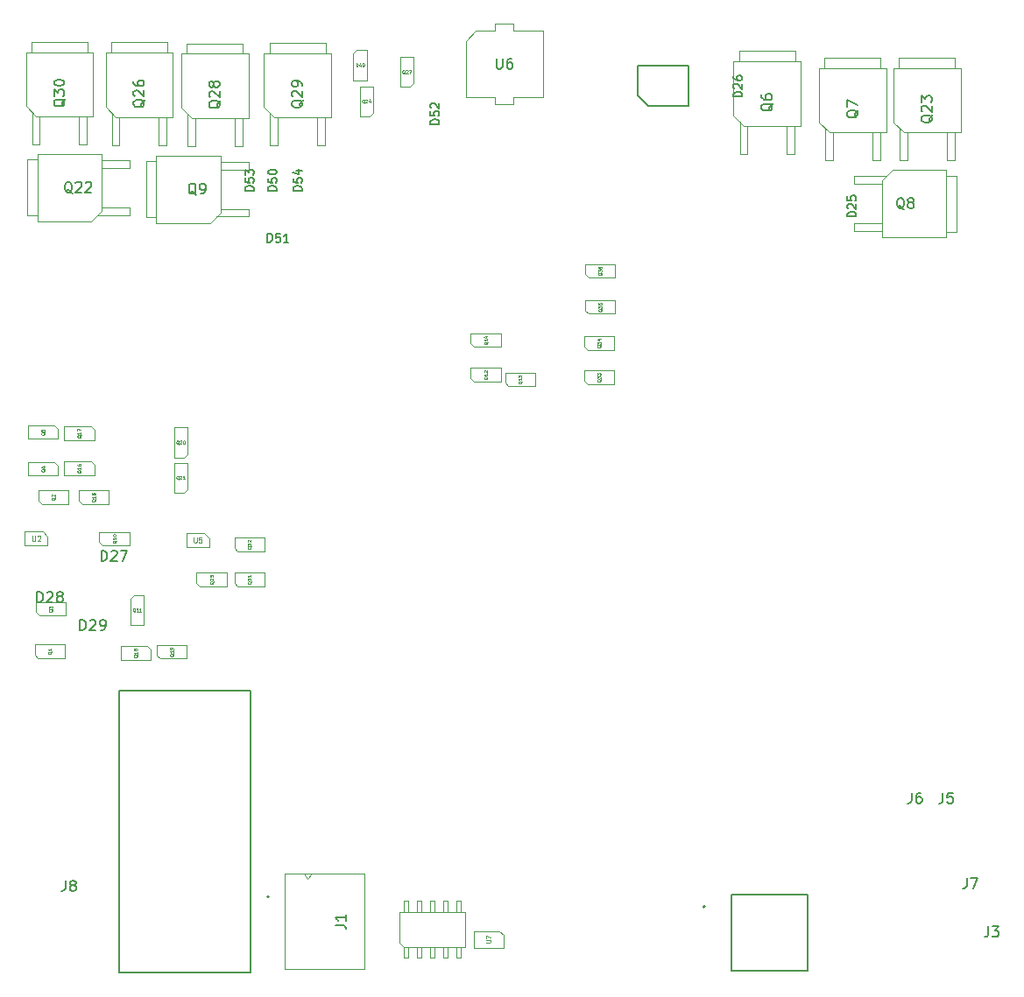
<source format=gbr>
G04 #@! TF.GenerationSoftware,KiCad,Pcbnew,(6.0.1)*
G04 #@! TF.CreationDate,2022-04-27T16:07:10+03:00*
G04 #@! TF.ProjectId,alphax_4ch,616c7068-6178-45f3-9463-682e6b696361,a*
G04 #@! TF.SameCoordinates,PX141f5e0PYa2cace0*
G04 #@! TF.FileFunction,AssemblyDrawing,Top*
%FSLAX46Y46*%
G04 Gerber Fmt 4.6, Leading zero omitted, Abs format (unit mm)*
G04 Created by KiCad (PCBNEW (6.0.1)) date 2022-04-27 16:07:10*
%MOMM*%
%LPD*%
G01*
G04 APERTURE LIST*
%ADD10C,0.060000*%
%ADD11C,0.170000*%
%ADD12C,0.150000*%
%ADD13C,0.050000*%
%ADD14C,0.075000*%
%ADD15C,0.100000*%
%ADD16C,0.127000*%
%ADD17C,0.200000*%
G04 APERTURE END LIST*
D10*
G04 #@! TO.C,U7*
X45450952Y3185239D02*
X45774761Y3185239D01*
X45812857Y3204286D01*
X45831904Y3223334D01*
X45850952Y3261429D01*
X45850952Y3337620D01*
X45831904Y3375715D01*
X45812857Y3394762D01*
X45774761Y3413810D01*
X45450952Y3413810D01*
X45450952Y3566191D02*
X45450952Y3832858D01*
X45850952Y3661429D01*
D11*
G04 #@! TO.C,D53*
X22970952Y75909286D02*
X22150952Y75909286D01*
X22150952Y76104524D01*
X22190000Y76221667D01*
X22268095Y76299762D01*
X22346190Y76338810D01*
X22502380Y76377858D01*
X22619523Y76377858D01*
X22775714Y76338810D01*
X22853809Y76299762D01*
X22931904Y76221667D01*
X22970952Y76104524D01*
X22970952Y75909286D01*
X22150952Y77119762D02*
X22150952Y76729286D01*
X22541428Y76690239D01*
X22502380Y76729286D01*
X22463333Y76807381D01*
X22463333Y77002620D01*
X22502380Y77080715D01*
X22541428Y77119762D01*
X22619523Y77158810D01*
X22814761Y77158810D01*
X22892857Y77119762D01*
X22931904Y77080715D01*
X22970952Y77002620D01*
X22970952Y76807381D01*
X22931904Y76729286D01*
X22892857Y76690239D01*
X22150952Y77432143D02*
X22150952Y77939762D01*
X22463333Y77666429D01*
X22463333Y77783572D01*
X22502380Y77861667D01*
X22541428Y77900715D01*
X22619523Y77939762D01*
X22814761Y77939762D01*
X22892857Y77900715D01*
X22931904Y77861667D01*
X22970952Y77783572D01*
X22970952Y77549286D01*
X22931904Y77471191D01*
X22892857Y77432143D01*
D12*
G04 #@! TO.C,J8*
X4769666Y9166620D02*
X4769666Y8452334D01*
X4722047Y8309477D01*
X4626809Y8214239D01*
X4483952Y8166620D01*
X4388714Y8166620D01*
X5388714Y8738048D02*
X5293476Y8785667D01*
X5245857Y8833286D01*
X5198238Y8928524D01*
X5198238Y8976143D01*
X5245857Y9071381D01*
X5293476Y9119000D01*
X5388714Y9166620D01*
X5579190Y9166620D01*
X5674428Y9119000D01*
X5722047Y9071381D01*
X5769666Y8976143D01*
X5769666Y8928524D01*
X5722047Y8833286D01*
X5674428Y8785667D01*
X5579190Y8738048D01*
X5388714Y8738048D01*
X5293476Y8690429D01*
X5245857Y8642810D01*
X5198238Y8547572D01*
X5198238Y8357096D01*
X5245857Y8261858D01*
X5293476Y8214239D01*
X5388714Y8166620D01*
X5579190Y8166620D01*
X5674428Y8214239D01*
X5722047Y8261858D01*
X5769666Y8357096D01*
X5769666Y8547572D01*
X5722047Y8642810D01*
X5674428Y8690429D01*
X5579190Y8738048D01*
G04 #@! TO.C,J5*
X89566666Y17657620D02*
X89566666Y16943334D01*
X89519047Y16800477D01*
X89423809Y16705239D01*
X89280952Y16657620D01*
X89185714Y16657620D01*
X90519047Y17657620D02*
X90042857Y17657620D01*
X89995238Y17181429D01*
X90042857Y17229048D01*
X90138095Y17276667D01*
X90376190Y17276667D01*
X90471428Y17229048D01*
X90519047Y17181429D01*
X90566666Y17086191D01*
X90566666Y16848096D01*
X90519047Y16752858D01*
X90471428Y16705239D01*
X90376190Y16657620D01*
X90138095Y16657620D01*
X90042857Y16705239D01*
X89995238Y16752858D01*
D13*
G04 #@! TO.C,D49*
X32861428Y87905239D02*
X32861428Y88225239D01*
X32937619Y88225239D01*
X32983333Y88210000D01*
X33013809Y88179524D01*
X33029047Y88149048D01*
X33044285Y88088096D01*
X33044285Y88042381D01*
X33029047Y87981429D01*
X33013809Y87950953D01*
X32983333Y87920477D01*
X32937619Y87905239D01*
X32861428Y87905239D01*
X33318571Y88118572D02*
X33318571Y87905239D01*
X33242380Y88240477D02*
X33166190Y88011905D01*
X33364285Y88011905D01*
X33501428Y87905239D02*
X33562380Y87905239D01*
X33592857Y87920477D01*
X33608095Y87935715D01*
X33638571Y87981429D01*
X33653809Y88042381D01*
X33653809Y88164286D01*
X33638571Y88194762D01*
X33623333Y88210000D01*
X33592857Y88225239D01*
X33531904Y88225239D01*
X33501428Y88210000D01*
X33486190Y88194762D01*
X33470952Y88164286D01*
X33470952Y88088096D01*
X33486190Y88057620D01*
X33501428Y88042381D01*
X33531904Y88027143D01*
X33592857Y88027143D01*
X33623333Y88042381D01*
X33638571Y88057620D01*
X33653809Y88088096D01*
G04 #@! TO.C,Q13*
X48885238Y57467143D02*
X48870000Y57436667D01*
X48839523Y57406191D01*
X48793809Y57360477D01*
X48778571Y57330000D01*
X48778571Y57299524D01*
X48854761Y57314762D02*
X48839523Y57284286D01*
X48809047Y57253810D01*
X48748095Y57238572D01*
X48641428Y57238572D01*
X48580476Y57253810D01*
X48550000Y57284286D01*
X48534761Y57314762D01*
X48534761Y57375715D01*
X48550000Y57406191D01*
X48580476Y57436667D01*
X48641428Y57451905D01*
X48748095Y57451905D01*
X48809047Y57436667D01*
X48839523Y57406191D01*
X48854761Y57375715D01*
X48854761Y57314762D01*
X48854761Y57756667D02*
X48854761Y57573810D01*
X48854761Y57665239D02*
X48534761Y57665239D01*
X48580476Y57634762D01*
X48610952Y57604286D01*
X48626190Y57573810D01*
X48534761Y57863334D02*
X48534761Y58061429D01*
X48656666Y57954762D01*
X48656666Y58000477D01*
X48671904Y58030953D01*
X48687142Y58046191D01*
X48717619Y58061429D01*
X48793809Y58061429D01*
X48824285Y58046191D01*
X48839523Y58030953D01*
X48854761Y58000477D01*
X48854761Y57909048D01*
X48839523Y57878572D01*
X48824285Y57863334D01*
D12*
G04 #@! TO.C,Q29*
X27747619Y84678572D02*
X27700000Y84583334D01*
X27604761Y84488096D01*
X27461904Y84345239D01*
X27414285Y84250000D01*
X27414285Y84154762D01*
X27652380Y84202381D02*
X27604761Y84107143D01*
X27509523Y84011905D01*
X27319047Y83964286D01*
X26985714Y83964286D01*
X26795238Y84011905D01*
X26700000Y84107143D01*
X26652380Y84202381D01*
X26652380Y84392858D01*
X26700000Y84488096D01*
X26795238Y84583334D01*
X26985714Y84630953D01*
X27319047Y84630953D01*
X27509523Y84583334D01*
X27604761Y84488096D01*
X27652380Y84392858D01*
X27652380Y84202381D01*
X26747619Y85011905D02*
X26700000Y85059524D01*
X26652380Y85154762D01*
X26652380Y85392858D01*
X26700000Y85488096D01*
X26747619Y85535715D01*
X26842857Y85583334D01*
X26938095Y85583334D01*
X27080952Y85535715D01*
X27652380Y84964286D01*
X27652380Y85583334D01*
X27652380Y86059524D02*
X27652380Y86250000D01*
X27604761Y86345239D01*
X27557142Y86392858D01*
X27414285Y86488096D01*
X27223809Y86535715D01*
X26842857Y86535715D01*
X26747619Y86488096D01*
X26700000Y86440477D01*
X26652380Y86345239D01*
X26652380Y86154762D01*
X26700000Y86059524D01*
X26747619Y86011905D01*
X26842857Y85964286D01*
X27080952Y85964286D01*
X27176190Y86011905D01*
X27223809Y86059524D01*
X27271428Y86154762D01*
X27271428Y86345239D01*
X27223809Y86440477D01*
X27176190Y86488096D01*
X27080952Y86535715D01*
D13*
G04 #@! TO.C,Q1*
X3425238Y31319534D02*
X3410000Y31289058D01*
X3379523Y31258582D01*
X3333809Y31212868D01*
X3318571Y31182391D01*
X3318571Y31151915D01*
X3394761Y31167153D02*
X3379523Y31136677D01*
X3349047Y31106201D01*
X3288095Y31090963D01*
X3181428Y31090963D01*
X3120476Y31106201D01*
X3090000Y31136677D01*
X3074761Y31167153D01*
X3074761Y31228106D01*
X3090000Y31258582D01*
X3120476Y31289058D01*
X3181428Y31304296D01*
X3288095Y31304296D01*
X3349047Y31289058D01*
X3379523Y31258582D01*
X3394761Y31228106D01*
X3394761Y31167153D01*
X3394761Y31609058D02*
X3394761Y31426201D01*
X3394761Y31517630D02*
X3074761Y31517630D01*
X3120476Y31487153D01*
X3150952Y31456677D01*
X3166190Y31426201D01*
D14*
G04 #@! TO.C,U5*
X17169047Y42373810D02*
X17169047Y41969048D01*
X17192857Y41921429D01*
X17216666Y41897620D01*
X17264285Y41873810D01*
X17359523Y41873810D01*
X17407142Y41897620D01*
X17430952Y41921429D01*
X17454761Y41969048D01*
X17454761Y42373810D01*
X17930952Y42373810D02*
X17692857Y42373810D01*
X17669047Y42135715D01*
X17692857Y42159524D01*
X17740476Y42183334D01*
X17859523Y42183334D01*
X17907142Y42159524D01*
X17930952Y42135715D01*
X17954761Y42088096D01*
X17954761Y41969048D01*
X17930952Y41921429D01*
X17907142Y41897620D01*
X17859523Y41873810D01*
X17740476Y41873810D01*
X17692857Y41897620D01*
X17669047Y41921429D01*
D12*
G04 #@! TO.C,D28*
X2035714Y36097630D02*
X2035714Y37097630D01*
X2273809Y37097630D01*
X2416666Y37050010D01*
X2511904Y36954772D01*
X2559523Y36859534D01*
X2607142Y36669058D01*
X2607142Y36526201D01*
X2559523Y36335725D01*
X2511904Y36240487D01*
X2416666Y36145249D01*
X2273809Y36097630D01*
X2035714Y36097630D01*
X2988095Y37002391D02*
X3035714Y37050010D01*
X3130952Y37097630D01*
X3369047Y37097630D01*
X3464285Y37050010D01*
X3511904Y37002391D01*
X3559523Y36907153D01*
X3559523Y36811915D01*
X3511904Y36669058D01*
X2940476Y36097630D01*
X3559523Y36097630D01*
X4130952Y36669058D02*
X4035714Y36716677D01*
X3988095Y36764296D01*
X3940476Y36859534D01*
X3940476Y36907153D01*
X3988095Y37002391D01*
X4035714Y37050010D01*
X4130952Y37097630D01*
X4321428Y37097630D01*
X4416666Y37050010D01*
X4464285Y37002391D01*
X4511904Y36907153D01*
X4511904Y36859534D01*
X4464285Y36764296D01*
X4416666Y36716677D01*
X4321428Y36669058D01*
X4130952Y36669058D01*
X4035714Y36621439D01*
X3988095Y36573820D01*
X3940476Y36478582D01*
X3940476Y36288106D01*
X3988095Y36192868D01*
X4035714Y36145249D01*
X4130952Y36097630D01*
X4321428Y36097630D01*
X4416666Y36145249D01*
X4464285Y36192868D01*
X4511904Y36288106D01*
X4511904Y36478582D01*
X4464285Y36573820D01*
X4416666Y36621439D01*
X4321428Y36669058D01*
D13*
G04 #@! TO.C,Q35*
X56625238Y64467143D02*
X56610000Y64436667D01*
X56579523Y64406191D01*
X56533809Y64360477D01*
X56518571Y64330000D01*
X56518571Y64299524D01*
X56594761Y64314762D02*
X56579523Y64284286D01*
X56549047Y64253810D01*
X56488095Y64238572D01*
X56381428Y64238572D01*
X56320476Y64253810D01*
X56290000Y64284286D01*
X56274761Y64314762D01*
X56274761Y64375715D01*
X56290000Y64406191D01*
X56320476Y64436667D01*
X56381428Y64451905D01*
X56488095Y64451905D01*
X56549047Y64436667D01*
X56579523Y64406191D01*
X56594761Y64375715D01*
X56594761Y64314762D01*
X56274761Y64558572D02*
X56274761Y64756667D01*
X56396666Y64650000D01*
X56396666Y64695715D01*
X56411904Y64726191D01*
X56427142Y64741429D01*
X56457619Y64756667D01*
X56533809Y64756667D01*
X56564285Y64741429D01*
X56579523Y64726191D01*
X56594761Y64695715D01*
X56594761Y64604286D01*
X56579523Y64573810D01*
X56564285Y64558572D01*
X56274761Y65046191D02*
X56274761Y64893810D01*
X56427142Y64878572D01*
X56411904Y64893810D01*
X56396666Y64924286D01*
X56396666Y65000477D01*
X56411904Y65030953D01*
X56427142Y65046191D01*
X56457619Y65061429D01*
X56533809Y65061429D01*
X56564285Y65046191D01*
X56579523Y65030953D01*
X56594761Y65000477D01*
X56594761Y64924286D01*
X56579523Y64893810D01*
X56564285Y64878572D01*
D12*
G04 #@! TO.C,J1*
X30852380Y4866667D02*
X31566666Y4866667D01*
X31709523Y4819048D01*
X31804761Y4723810D01*
X31852380Y4580953D01*
X31852380Y4485715D01*
X31852380Y5866667D02*
X31852380Y5295239D01*
X31852380Y5580953D02*
X30852380Y5580953D01*
X30995238Y5485715D01*
X31090476Y5390477D01*
X31138095Y5295239D01*
G04 #@! TO.C,Q8*
X85854761Y74102381D02*
X85759523Y74150000D01*
X85664285Y74245239D01*
X85521428Y74388096D01*
X85426190Y74435715D01*
X85330952Y74435715D01*
X85378571Y74197620D02*
X85283333Y74245239D01*
X85188095Y74340477D01*
X85140476Y74530953D01*
X85140476Y74864286D01*
X85188095Y75054762D01*
X85283333Y75150000D01*
X85378571Y75197620D01*
X85569047Y75197620D01*
X85664285Y75150000D01*
X85759523Y75054762D01*
X85807142Y74864286D01*
X85807142Y74530953D01*
X85759523Y74340477D01*
X85664285Y74245239D01*
X85569047Y74197620D01*
X85378571Y74197620D01*
X86378571Y74769048D02*
X86283333Y74816667D01*
X86235714Y74864286D01*
X86188095Y74959524D01*
X86188095Y75007143D01*
X86235714Y75102381D01*
X86283333Y75150000D01*
X86378571Y75197620D01*
X86569047Y75197620D01*
X86664285Y75150000D01*
X86711904Y75102381D01*
X86759523Y75007143D01*
X86759523Y74959524D01*
X86711904Y74864286D01*
X86664285Y74816667D01*
X86569047Y74769048D01*
X86378571Y74769048D01*
X86283333Y74721429D01*
X86235714Y74673810D01*
X86188095Y74578572D01*
X86188095Y74388096D01*
X86235714Y74292858D01*
X86283333Y74245239D01*
X86378571Y74197620D01*
X86569047Y74197620D01*
X86664285Y74245239D01*
X86711904Y74292858D01*
X86759523Y74388096D01*
X86759523Y74578572D01*
X86711904Y74673810D01*
X86664285Y74721429D01*
X86569047Y74769048D01*
D13*
G04 #@! TO.C,Q4*
X2775238Y48969534D02*
X2760000Y48939058D01*
X2729523Y48908582D01*
X2683809Y48862868D01*
X2668571Y48832391D01*
X2668571Y48801915D01*
X2744761Y48817153D02*
X2729523Y48786677D01*
X2699047Y48756201D01*
X2638095Y48740963D01*
X2531428Y48740963D01*
X2470476Y48756201D01*
X2440000Y48786677D01*
X2424761Y48817153D01*
X2424761Y48878106D01*
X2440000Y48908582D01*
X2470476Y48939058D01*
X2531428Y48954296D01*
X2638095Y48954296D01*
X2699047Y48939058D01*
X2729523Y48908582D01*
X2744761Y48878106D01*
X2744761Y48817153D01*
X2531428Y49228582D02*
X2744761Y49228582D01*
X2409523Y49152391D02*
X2638095Y49076201D01*
X2638095Y49274296D01*
G04 #@! TO.C,Q3*
X3525238Y35419534D02*
X3510000Y35389058D01*
X3479523Y35358582D01*
X3433809Y35312868D01*
X3418571Y35282391D01*
X3418571Y35251915D01*
X3494761Y35267153D02*
X3479523Y35236677D01*
X3449047Y35206201D01*
X3388095Y35190963D01*
X3281428Y35190963D01*
X3220476Y35206201D01*
X3190000Y35236677D01*
X3174761Y35267153D01*
X3174761Y35328106D01*
X3190000Y35358582D01*
X3220476Y35389058D01*
X3281428Y35404296D01*
X3388095Y35404296D01*
X3449047Y35389058D01*
X3479523Y35358582D01*
X3494761Y35328106D01*
X3494761Y35267153D01*
X3174761Y35510963D02*
X3174761Y35709058D01*
X3296666Y35602391D01*
X3296666Y35648106D01*
X3311904Y35678582D01*
X3327142Y35693820D01*
X3357619Y35709058D01*
X3433809Y35709058D01*
X3464285Y35693820D01*
X3479523Y35678582D01*
X3494761Y35648106D01*
X3494761Y35556677D01*
X3479523Y35526201D01*
X3464285Y35510963D01*
D12*
G04 #@! TO.C,U6*
X46438095Y88697620D02*
X46438095Y87888096D01*
X46485714Y87792858D01*
X46533333Y87745239D01*
X46628571Y87697620D01*
X46819047Y87697620D01*
X46914285Y87745239D01*
X46961904Y87792858D01*
X47009523Y87888096D01*
X47009523Y88697620D01*
X47914285Y88697620D02*
X47723809Y88697620D01*
X47628571Y88650000D01*
X47580952Y88602381D01*
X47485714Y88459524D01*
X47438095Y88269048D01*
X47438095Y87888096D01*
X47485714Y87792858D01*
X47533333Y87745239D01*
X47628571Y87697620D01*
X47819047Y87697620D01*
X47914285Y87745239D01*
X47961904Y87792858D01*
X48009523Y87888096D01*
X48009523Y88126191D01*
X47961904Y88221429D01*
X47914285Y88269048D01*
X47819047Y88316667D01*
X47628571Y88316667D01*
X47533333Y88269048D01*
X47485714Y88221429D01*
X47438095Y88126191D01*
D13*
G04 #@! TO.C,Q31*
X22725238Y38117143D02*
X22710000Y38086667D01*
X22679523Y38056191D01*
X22633809Y38010477D01*
X22618571Y37980000D01*
X22618571Y37949524D01*
X22694761Y37964762D02*
X22679523Y37934286D01*
X22649047Y37903810D01*
X22588095Y37888572D01*
X22481428Y37888572D01*
X22420476Y37903810D01*
X22390000Y37934286D01*
X22374761Y37964762D01*
X22374761Y38025715D01*
X22390000Y38056191D01*
X22420476Y38086667D01*
X22481428Y38101905D01*
X22588095Y38101905D01*
X22649047Y38086667D01*
X22679523Y38056191D01*
X22694761Y38025715D01*
X22694761Y37964762D01*
X22374761Y38208572D02*
X22374761Y38406667D01*
X22496666Y38300000D01*
X22496666Y38345715D01*
X22511904Y38376191D01*
X22527142Y38391429D01*
X22557619Y38406667D01*
X22633809Y38406667D01*
X22664285Y38391429D01*
X22679523Y38376191D01*
X22694761Y38345715D01*
X22694761Y38254286D01*
X22679523Y38223810D01*
X22664285Y38208572D01*
X22694761Y38711429D02*
X22694761Y38528572D01*
X22694761Y38620000D02*
X22374761Y38620000D01*
X22420476Y38589524D01*
X22450952Y38559048D01*
X22466190Y38528572D01*
D14*
G04 #@! TO.C,U2*
X1569047Y42523820D02*
X1569047Y42119058D01*
X1592857Y42071439D01*
X1616666Y42047630D01*
X1664285Y42023820D01*
X1759523Y42023820D01*
X1807142Y42047630D01*
X1830952Y42071439D01*
X1854761Y42119058D01*
X1854761Y42523820D01*
X2069047Y42476201D02*
X2092857Y42500010D01*
X2140476Y42523820D01*
X2259523Y42523820D01*
X2307142Y42500010D01*
X2330952Y42476201D01*
X2354761Y42428582D01*
X2354761Y42380963D01*
X2330952Y42309534D01*
X2045238Y42023820D01*
X2354761Y42023820D01*
D13*
G04 #@! TO.C,Q15*
X7675238Y46067143D02*
X7660000Y46036667D01*
X7629523Y46006191D01*
X7583809Y45960477D01*
X7568571Y45930000D01*
X7568571Y45899524D01*
X7644761Y45914762D02*
X7629523Y45884286D01*
X7599047Y45853810D01*
X7538095Y45838572D01*
X7431428Y45838572D01*
X7370476Y45853810D01*
X7340000Y45884286D01*
X7324761Y45914762D01*
X7324761Y45975715D01*
X7340000Y46006191D01*
X7370476Y46036667D01*
X7431428Y46051905D01*
X7538095Y46051905D01*
X7599047Y46036667D01*
X7629523Y46006191D01*
X7644761Y45975715D01*
X7644761Y45914762D01*
X7644761Y46356667D02*
X7644761Y46173810D01*
X7644761Y46265239D02*
X7324761Y46265239D01*
X7370476Y46234762D01*
X7400952Y46204286D01*
X7416190Y46173810D01*
X7324761Y46646191D02*
X7324761Y46493810D01*
X7477142Y46478572D01*
X7461904Y46493810D01*
X7446666Y46524286D01*
X7446666Y46600477D01*
X7461904Y46630953D01*
X7477142Y46646191D01*
X7507619Y46661429D01*
X7583809Y46661429D01*
X7614285Y46646191D01*
X7629523Y46630953D01*
X7644761Y46600477D01*
X7644761Y46524286D01*
X7629523Y46493810D01*
X7614285Y46478572D01*
G04 #@! TO.C,Q33*
X56525238Y57667143D02*
X56510000Y57636667D01*
X56479523Y57606191D01*
X56433809Y57560477D01*
X56418571Y57530000D01*
X56418571Y57499524D01*
X56494761Y57514762D02*
X56479523Y57484286D01*
X56449047Y57453810D01*
X56388095Y57438572D01*
X56281428Y57438572D01*
X56220476Y57453810D01*
X56190000Y57484286D01*
X56174761Y57514762D01*
X56174761Y57575715D01*
X56190000Y57606191D01*
X56220476Y57636667D01*
X56281428Y57651905D01*
X56388095Y57651905D01*
X56449047Y57636667D01*
X56479523Y57606191D01*
X56494761Y57575715D01*
X56494761Y57514762D01*
X56174761Y57758572D02*
X56174761Y57956667D01*
X56296666Y57850000D01*
X56296666Y57895715D01*
X56311904Y57926191D01*
X56327142Y57941429D01*
X56357619Y57956667D01*
X56433809Y57956667D01*
X56464285Y57941429D01*
X56479523Y57926191D01*
X56494761Y57895715D01*
X56494761Y57804286D01*
X56479523Y57773810D01*
X56464285Y57758572D01*
X56174761Y58063334D02*
X56174761Y58261429D01*
X56296666Y58154762D01*
X56296666Y58200477D01*
X56311904Y58230953D01*
X56327142Y58246191D01*
X56357619Y58261429D01*
X56433809Y58261429D01*
X56464285Y58246191D01*
X56479523Y58230953D01*
X56494761Y58200477D01*
X56494761Y58109048D01*
X56479523Y58078572D01*
X56464285Y58063334D01*
G04 #@! TO.C,Q19*
X15225238Y31117143D02*
X15210000Y31086667D01*
X15179523Y31056191D01*
X15133809Y31010477D01*
X15118571Y30980000D01*
X15118571Y30949524D01*
X15194761Y30964762D02*
X15179523Y30934286D01*
X15149047Y30903810D01*
X15088095Y30888572D01*
X14981428Y30888572D01*
X14920476Y30903810D01*
X14890000Y30934286D01*
X14874761Y30964762D01*
X14874761Y31025715D01*
X14890000Y31056191D01*
X14920476Y31086667D01*
X14981428Y31101905D01*
X15088095Y31101905D01*
X15149047Y31086667D01*
X15179523Y31056191D01*
X15194761Y31025715D01*
X15194761Y30964762D01*
X15194761Y31406667D02*
X15194761Y31223810D01*
X15194761Y31315239D02*
X14874761Y31315239D01*
X14920476Y31284762D01*
X14950952Y31254286D01*
X14966190Y31223810D01*
X15194761Y31559048D02*
X15194761Y31620000D01*
X15179523Y31650477D01*
X15164285Y31665715D01*
X15118571Y31696191D01*
X15057619Y31711429D01*
X14935714Y31711429D01*
X14905238Y31696191D01*
X14890000Y31680953D01*
X14874761Y31650477D01*
X14874761Y31589524D01*
X14890000Y31559048D01*
X14905238Y31543810D01*
X14935714Y31528572D01*
X15011904Y31528572D01*
X15042380Y31543810D01*
X15057619Y31559048D01*
X15072857Y31589524D01*
X15072857Y31650477D01*
X15057619Y31680953D01*
X15042380Y31696191D01*
X15011904Y31711429D01*
G04 #@! TO.C,Q32*
X22725238Y41517143D02*
X22710000Y41486667D01*
X22679523Y41456191D01*
X22633809Y41410477D01*
X22618571Y41380000D01*
X22618571Y41349524D01*
X22694761Y41364762D02*
X22679523Y41334286D01*
X22649047Y41303810D01*
X22588095Y41288572D01*
X22481428Y41288572D01*
X22420476Y41303810D01*
X22390000Y41334286D01*
X22374761Y41364762D01*
X22374761Y41425715D01*
X22390000Y41456191D01*
X22420476Y41486667D01*
X22481428Y41501905D01*
X22588095Y41501905D01*
X22649047Y41486667D01*
X22679523Y41456191D01*
X22694761Y41425715D01*
X22694761Y41364762D01*
X22374761Y41608572D02*
X22374761Y41806667D01*
X22496666Y41700000D01*
X22496666Y41745715D01*
X22511904Y41776191D01*
X22527142Y41791429D01*
X22557619Y41806667D01*
X22633809Y41806667D01*
X22664285Y41791429D01*
X22679523Y41776191D01*
X22694761Y41745715D01*
X22694761Y41654286D01*
X22679523Y41623810D01*
X22664285Y41608572D01*
X22405238Y41928572D02*
X22390000Y41943810D01*
X22374761Y41974286D01*
X22374761Y42050477D01*
X22390000Y42080953D01*
X22405238Y42096191D01*
X22435714Y42111429D01*
X22466190Y42111429D01*
X22511904Y42096191D01*
X22694761Y41913334D01*
X22694761Y42111429D01*
G04 #@! TO.C,Q18*
X11725238Y31017143D02*
X11710000Y30986667D01*
X11679523Y30956191D01*
X11633809Y30910477D01*
X11618571Y30880000D01*
X11618571Y30849524D01*
X11694761Y30864762D02*
X11679523Y30834286D01*
X11649047Y30803810D01*
X11588095Y30788572D01*
X11481428Y30788572D01*
X11420476Y30803810D01*
X11390000Y30834286D01*
X11374761Y30864762D01*
X11374761Y30925715D01*
X11390000Y30956191D01*
X11420476Y30986667D01*
X11481428Y31001905D01*
X11588095Y31001905D01*
X11649047Y30986667D01*
X11679523Y30956191D01*
X11694761Y30925715D01*
X11694761Y30864762D01*
X11694761Y31306667D02*
X11694761Y31123810D01*
X11694761Y31215239D02*
X11374761Y31215239D01*
X11420476Y31184762D01*
X11450952Y31154286D01*
X11466190Y31123810D01*
X11511904Y31489524D02*
X11496666Y31459048D01*
X11481428Y31443810D01*
X11450952Y31428572D01*
X11435714Y31428572D01*
X11405238Y31443810D01*
X11390000Y31459048D01*
X11374761Y31489524D01*
X11374761Y31550477D01*
X11390000Y31580953D01*
X11405238Y31596191D01*
X11435714Y31611429D01*
X11450952Y31611429D01*
X11481428Y31596191D01*
X11496666Y31580953D01*
X11511904Y31550477D01*
X11511904Y31489524D01*
X11527142Y31459048D01*
X11542380Y31443810D01*
X11572857Y31428572D01*
X11633809Y31428572D01*
X11664285Y31443810D01*
X11679523Y31459048D01*
X11694761Y31489524D01*
X11694761Y31550477D01*
X11679523Y31580953D01*
X11664285Y31596191D01*
X11633809Y31611429D01*
X11572857Y31611429D01*
X11542380Y31596191D01*
X11527142Y31580953D01*
X11511904Y31550477D01*
D11*
G04 #@! TO.C,D26*
X70170952Y85009286D02*
X69350952Y85009286D01*
X69350952Y85204524D01*
X69390000Y85321667D01*
X69468095Y85399762D01*
X69546190Y85438810D01*
X69702380Y85477858D01*
X69819523Y85477858D01*
X69975714Y85438810D01*
X70053809Y85399762D01*
X70131904Y85321667D01*
X70170952Y85204524D01*
X70170952Y85009286D01*
X69429047Y85790239D02*
X69390000Y85829286D01*
X69350952Y85907381D01*
X69350952Y86102620D01*
X69390000Y86180715D01*
X69429047Y86219762D01*
X69507142Y86258810D01*
X69585238Y86258810D01*
X69702380Y86219762D01*
X70170952Y85751191D01*
X70170952Y86258810D01*
X69350952Y86961667D02*
X69350952Y86805477D01*
X69390000Y86727381D01*
X69429047Y86688334D01*
X69546190Y86610239D01*
X69702380Y86571191D01*
X70014761Y86571191D01*
X70092857Y86610239D01*
X70131904Y86649286D01*
X70170952Y86727381D01*
X70170952Y86883572D01*
X70131904Y86961667D01*
X70092857Y87000715D01*
X70014761Y87039762D01*
X69819523Y87039762D01*
X69741428Y87000715D01*
X69702380Y86961667D01*
X69663333Y86883572D01*
X69663333Y86727381D01*
X69702380Y86649286D01*
X69741428Y86610239D01*
X69819523Y86571191D01*
D12*
G04 #@! TO.C,Q30*
X4747619Y84778572D02*
X4700000Y84683334D01*
X4604761Y84588096D01*
X4461904Y84445239D01*
X4414285Y84350000D01*
X4414285Y84254762D01*
X4652380Y84302381D02*
X4604761Y84207143D01*
X4509523Y84111905D01*
X4319047Y84064286D01*
X3985714Y84064286D01*
X3795238Y84111905D01*
X3700000Y84207143D01*
X3652380Y84302381D01*
X3652380Y84492858D01*
X3700000Y84588096D01*
X3795238Y84683334D01*
X3985714Y84730953D01*
X4319047Y84730953D01*
X4509523Y84683334D01*
X4604761Y84588096D01*
X4652380Y84492858D01*
X4652380Y84302381D01*
X3652380Y85064286D02*
X3652380Y85683334D01*
X4033333Y85350000D01*
X4033333Y85492858D01*
X4080952Y85588096D01*
X4128571Y85635715D01*
X4223809Y85683334D01*
X4461904Y85683334D01*
X4557142Y85635715D01*
X4604761Y85588096D01*
X4652380Y85492858D01*
X4652380Y85207143D01*
X4604761Y85111905D01*
X4557142Y85064286D01*
X3652380Y86302381D02*
X3652380Y86397620D01*
X3700000Y86492858D01*
X3747619Y86540477D01*
X3842857Y86588096D01*
X4033333Y86635715D01*
X4271428Y86635715D01*
X4461904Y86588096D01*
X4557142Y86540477D01*
X4604761Y86492858D01*
X4652380Y86397620D01*
X4652380Y86302381D01*
X4604761Y86207143D01*
X4557142Y86159524D01*
X4461904Y86111905D01*
X4271428Y86064286D01*
X4033333Y86064286D01*
X3842857Y86111905D01*
X3747619Y86159524D01*
X3700000Y86207143D01*
X3652380Y86302381D01*
G04 #@! TO.C,J6*
X86556666Y17657620D02*
X86556666Y16943334D01*
X86509047Y16800477D01*
X86413809Y16705239D01*
X86270952Y16657620D01*
X86175714Y16657620D01*
X87461428Y17657620D02*
X87270952Y17657620D01*
X87175714Y17610000D01*
X87128095Y17562381D01*
X87032857Y17419524D01*
X86985238Y17229048D01*
X86985238Y16848096D01*
X87032857Y16752858D01*
X87080476Y16705239D01*
X87175714Y16657620D01*
X87366190Y16657620D01*
X87461428Y16705239D01*
X87509047Y16752858D01*
X87556666Y16848096D01*
X87556666Y17086191D01*
X87509047Y17181429D01*
X87461428Y17229048D01*
X87366190Y17276667D01*
X87175714Y17276667D01*
X87080476Y17229048D01*
X87032857Y17181429D01*
X86985238Y17086191D01*
D13*
G04 #@! TO.C,Q14*
X45575238Y61267143D02*
X45560000Y61236667D01*
X45529523Y61206191D01*
X45483809Y61160477D01*
X45468571Y61130000D01*
X45468571Y61099524D01*
X45544761Y61114762D02*
X45529523Y61084286D01*
X45499047Y61053810D01*
X45438095Y61038572D01*
X45331428Y61038572D01*
X45270476Y61053810D01*
X45240000Y61084286D01*
X45224761Y61114762D01*
X45224761Y61175715D01*
X45240000Y61206191D01*
X45270476Y61236667D01*
X45331428Y61251905D01*
X45438095Y61251905D01*
X45499047Y61236667D01*
X45529523Y61206191D01*
X45544761Y61175715D01*
X45544761Y61114762D01*
X45544761Y61556667D02*
X45544761Y61373810D01*
X45544761Y61465239D02*
X45224761Y61465239D01*
X45270476Y61434762D01*
X45300952Y61404286D01*
X45316190Y61373810D01*
X45331428Y61830953D02*
X45544761Y61830953D01*
X45209523Y61754762D02*
X45438095Y61678572D01*
X45438095Y61876667D01*
G04 #@! TO.C,Q27*
X37567142Y87224762D02*
X37536666Y87240000D01*
X37506190Y87270477D01*
X37460476Y87316191D01*
X37430000Y87331429D01*
X37399523Y87331429D01*
X37414761Y87255239D02*
X37384285Y87270477D01*
X37353809Y87300953D01*
X37338571Y87361905D01*
X37338571Y87468572D01*
X37353809Y87529524D01*
X37384285Y87560000D01*
X37414761Y87575239D01*
X37475714Y87575239D01*
X37506190Y87560000D01*
X37536666Y87529524D01*
X37551904Y87468572D01*
X37551904Y87361905D01*
X37536666Y87300953D01*
X37506190Y87270477D01*
X37475714Y87255239D01*
X37414761Y87255239D01*
X37673809Y87544762D02*
X37689047Y87560000D01*
X37719523Y87575239D01*
X37795714Y87575239D01*
X37826190Y87560000D01*
X37841428Y87544762D01*
X37856666Y87514286D01*
X37856666Y87483810D01*
X37841428Y87438096D01*
X37658571Y87255239D01*
X37856666Y87255239D01*
X37963333Y87575239D02*
X38176666Y87575239D01*
X38039523Y87255239D01*
D12*
G04 #@! TO.C,D29*
X6185714Y33397620D02*
X6185714Y34397620D01*
X6423809Y34397620D01*
X6566666Y34350000D01*
X6661904Y34254762D01*
X6709523Y34159524D01*
X6757142Y33969048D01*
X6757142Y33826191D01*
X6709523Y33635715D01*
X6661904Y33540477D01*
X6566666Y33445239D01*
X6423809Y33397620D01*
X6185714Y33397620D01*
X7138095Y34302381D02*
X7185714Y34350000D01*
X7280952Y34397620D01*
X7519047Y34397620D01*
X7614285Y34350000D01*
X7661904Y34302381D01*
X7709523Y34207143D01*
X7709523Y34111905D01*
X7661904Y33969048D01*
X7090476Y33397620D01*
X7709523Y33397620D01*
X8185714Y33397620D02*
X8376190Y33397620D01*
X8471428Y33445239D01*
X8519047Y33492858D01*
X8614285Y33635715D01*
X8661904Y33826191D01*
X8661904Y34207143D01*
X8614285Y34302381D01*
X8566666Y34350000D01*
X8471428Y34397620D01*
X8280952Y34397620D01*
X8185714Y34350000D01*
X8138095Y34302381D01*
X8090476Y34207143D01*
X8090476Y33969048D01*
X8138095Y33873810D01*
X8185714Y33826191D01*
X8280952Y33778572D01*
X8471428Y33778572D01*
X8566666Y33826191D01*
X8614285Y33873810D01*
X8661904Y33969048D01*
D13*
G04 #@! TO.C,Q34*
X56525238Y60979643D02*
X56510000Y60949167D01*
X56479523Y60918691D01*
X56433809Y60872977D01*
X56418571Y60842500D01*
X56418571Y60812024D01*
X56494761Y60827262D02*
X56479523Y60796786D01*
X56449047Y60766310D01*
X56388095Y60751072D01*
X56281428Y60751072D01*
X56220476Y60766310D01*
X56190000Y60796786D01*
X56174761Y60827262D01*
X56174761Y60888215D01*
X56190000Y60918691D01*
X56220476Y60949167D01*
X56281428Y60964405D01*
X56388095Y60964405D01*
X56449047Y60949167D01*
X56479523Y60918691D01*
X56494761Y60888215D01*
X56494761Y60827262D01*
X56174761Y61071072D02*
X56174761Y61269167D01*
X56296666Y61162500D01*
X56296666Y61208215D01*
X56311904Y61238691D01*
X56327142Y61253929D01*
X56357619Y61269167D01*
X56433809Y61269167D01*
X56464285Y61253929D01*
X56479523Y61238691D01*
X56494761Y61208215D01*
X56494761Y61116786D01*
X56479523Y61086310D01*
X56464285Y61071072D01*
X56281428Y61543453D02*
X56494761Y61543453D01*
X56159523Y61467262D02*
X56388095Y61391072D01*
X56388095Y61589167D01*
D11*
G04 #@! TO.C,D50*
X25170952Y75904286D02*
X24350952Y75904286D01*
X24350952Y76099524D01*
X24390000Y76216667D01*
X24468095Y76294762D01*
X24546190Y76333810D01*
X24702380Y76372858D01*
X24819523Y76372858D01*
X24975714Y76333810D01*
X25053809Y76294762D01*
X25131904Y76216667D01*
X25170952Y76099524D01*
X25170952Y75904286D01*
X24350952Y77114762D02*
X24350952Y76724286D01*
X24741428Y76685239D01*
X24702380Y76724286D01*
X24663333Y76802381D01*
X24663333Y76997620D01*
X24702380Y77075715D01*
X24741428Y77114762D01*
X24819523Y77153810D01*
X25014761Y77153810D01*
X25092857Y77114762D01*
X25131904Y77075715D01*
X25170952Y76997620D01*
X25170952Y76802381D01*
X25131904Y76724286D01*
X25092857Y76685239D01*
X24350952Y77661429D02*
X24350952Y77739524D01*
X24390000Y77817620D01*
X24429047Y77856667D01*
X24507142Y77895715D01*
X24663333Y77934762D01*
X24858571Y77934762D01*
X25014761Y77895715D01*
X25092857Y77856667D01*
X25131904Y77817620D01*
X25170952Y77739524D01*
X25170952Y77661429D01*
X25131904Y77583334D01*
X25092857Y77544286D01*
X25014761Y77505239D01*
X24858571Y77466191D01*
X24663333Y77466191D01*
X24507142Y77505239D01*
X24429047Y77544286D01*
X24390000Y77583334D01*
X24350952Y77661429D01*
D13*
G04 #@! TO.C,Q17*
X6275238Y52267153D02*
X6260000Y52236677D01*
X6229523Y52206201D01*
X6183809Y52160487D01*
X6168571Y52130010D01*
X6168571Y52099534D01*
X6244761Y52114772D02*
X6229523Y52084296D01*
X6199047Y52053820D01*
X6138095Y52038582D01*
X6031428Y52038582D01*
X5970476Y52053820D01*
X5940000Y52084296D01*
X5924761Y52114772D01*
X5924761Y52175725D01*
X5940000Y52206201D01*
X5970476Y52236677D01*
X6031428Y52251915D01*
X6138095Y52251915D01*
X6199047Y52236677D01*
X6229523Y52206201D01*
X6244761Y52175725D01*
X6244761Y52114772D01*
X6244761Y52556677D02*
X6244761Y52373820D01*
X6244761Y52465249D02*
X5924761Y52465249D01*
X5970476Y52434772D01*
X6000952Y52404296D01*
X6016190Y52373820D01*
X5924761Y52663344D02*
X5924761Y52876677D01*
X6244761Y52739534D01*
G04 #@! TO.C,Q20*
X15717142Y51374772D02*
X15686666Y51390010D01*
X15656190Y51420487D01*
X15610476Y51466201D01*
X15580000Y51481439D01*
X15549523Y51481439D01*
X15564761Y51405249D02*
X15534285Y51420487D01*
X15503809Y51450963D01*
X15488571Y51511915D01*
X15488571Y51618582D01*
X15503809Y51679534D01*
X15534285Y51710010D01*
X15564761Y51725249D01*
X15625714Y51725249D01*
X15656190Y51710010D01*
X15686666Y51679534D01*
X15701904Y51618582D01*
X15701904Y51511915D01*
X15686666Y51450963D01*
X15656190Y51420487D01*
X15625714Y51405249D01*
X15564761Y51405249D01*
X15823809Y51694772D02*
X15839047Y51710010D01*
X15869523Y51725249D01*
X15945714Y51725249D01*
X15976190Y51710010D01*
X15991428Y51694772D01*
X16006666Y51664296D01*
X16006666Y51633820D01*
X15991428Y51588106D01*
X15808571Y51405249D01*
X16006666Y51405249D01*
X16204761Y51725249D02*
X16235238Y51725249D01*
X16265714Y51710010D01*
X16280952Y51694772D01*
X16296190Y51664296D01*
X16311428Y51603344D01*
X16311428Y51527153D01*
X16296190Y51466201D01*
X16280952Y51435725D01*
X16265714Y51420487D01*
X16235238Y51405249D01*
X16204761Y51405249D01*
X16174285Y51420487D01*
X16159047Y51435725D01*
X16143809Y51466201D01*
X16128571Y51527153D01*
X16128571Y51603344D01*
X16143809Y51664296D01*
X16159047Y51694772D01*
X16174285Y51710010D01*
X16204761Y51725249D01*
D12*
G04 #@! TO.C,Q26*
X12447619Y84728572D02*
X12400000Y84633334D01*
X12304761Y84538096D01*
X12161904Y84395239D01*
X12114285Y84300000D01*
X12114285Y84204762D01*
X12352380Y84252381D02*
X12304761Y84157143D01*
X12209523Y84061905D01*
X12019047Y84014286D01*
X11685714Y84014286D01*
X11495238Y84061905D01*
X11400000Y84157143D01*
X11352380Y84252381D01*
X11352380Y84442858D01*
X11400000Y84538096D01*
X11495238Y84633334D01*
X11685714Y84680953D01*
X12019047Y84680953D01*
X12209523Y84633334D01*
X12304761Y84538096D01*
X12352380Y84442858D01*
X12352380Y84252381D01*
X11447619Y85061905D02*
X11400000Y85109524D01*
X11352380Y85204762D01*
X11352380Y85442858D01*
X11400000Y85538096D01*
X11447619Y85585715D01*
X11542857Y85633334D01*
X11638095Y85633334D01*
X11780952Y85585715D01*
X12352380Y85014286D01*
X12352380Y85633334D01*
X11352380Y86490477D02*
X11352380Y86300000D01*
X11400000Y86204762D01*
X11447619Y86157143D01*
X11590476Y86061905D01*
X11780952Y86014286D01*
X12161904Y86014286D01*
X12257142Y86061905D01*
X12304761Y86109524D01*
X12352380Y86204762D01*
X12352380Y86395239D01*
X12304761Y86490477D01*
X12257142Y86538096D01*
X12161904Y86585715D01*
X11923809Y86585715D01*
X11828571Y86538096D01*
X11780952Y86490477D01*
X11733333Y86395239D01*
X11733333Y86204762D01*
X11780952Y86109524D01*
X11828571Y86061905D01*
X11923809Y86014286D01*
D13*
G04 #@! TO.C,Q5*
X2775238Y52519534D02*
X2760000Y52489058D01*
X2729523Y52458582D01*
X2683809Y52412868D01*
X2668571Y52382391D01*
X2668571Y52351915D01*
X2744761Y52367153D02*
X2729523Y52336677D01*
X2699047Y52306201D01*
X2638095Y52290963D01*
X2531428Y52290963D01*
X2470476Y52306201D01*
X2440000Y52336677D01*
X2424761Y52367153D01*
X2424761Y52428106D01*
X2440000Y52458582D01*
X2470476Y52489058D01*
X2531428Y52504296D01*
X2638095Y52504296D01*
X2699047Y52489058D01*
X2729523Y52458582D01*
X2744761Y52428106D01*
X2744761Y52367153D01*
X2424761Y52793820D02*
X2424761Y52641439D01*
X2577142Y52626201D01*
X2561904Y52641439D01*
X2546666Y52671915D01*
X2546666Y52748106D01*
X2561904Y52778582D01*
X2577142Y52793820D01*
X2607619Y52809058D01*
X2683809Y52809058D01*
X2714285Y52793820D01*
X2729523Y52778582D01*
X2744761Y52748106D01*
X2744761Y52671915D01*
X2729523Y52641439D01*
X2714285Y52626201D01*
G04 #@! TO.C,Q12*
X45575238Y57917143D02*
X45560000Y57886667D01*
X45529523Y57856191D01*
X45483809Y57810477D01*
X45468571Y57780000D01*
X45468571Y57749524D01*
X45544761Y57764762D02*
X45529523Y57734286D01*
X45499047Y57703810D01*
X45438095Y57688572D01*
X45331428Y57688572D01*
X45270476Y57703810D01*
X45240000Y57734286D01*
X45224761Y57764762D01*
X45224761Y57825715D01*
X45240000Y57856191D01*
X45270476Y57886667D01*
X45331428Y57901905D01*
X45438095Y57901905D01*
X45499047Y57886667D01*
X45529523Y57856191D01*
X45544761Y57825715D01*
X45544761Y57764762D01*
X45544761Y58206667D02*
X45544761Y58023810D01*
X45544761Y58115239D02*
X45224761Y58115239D01*
X45270476Y58084762D01*
X45300952Y58054286D01*
X45316190Y58023810D01*
X45255238Y58328572D02*
X45240000Y58343810D01*
X45224761Y58374286D01*
X45224761Y58450477D01*
X45240000Y58480953D01*
X45255238Y58496191D01*
X45285714Y58511429D01*
X45316190Y58511429D01*
X45361904Y58496191D01*
X45544761Y58313334D01*
X45544761Y58511429D01*
G04 #@! TO.C,Q2*
X3775238Y46219534D02*
X3760000Y46189058D01*
X3729523Y46158582D01*
X3683809Y46112868D01*
X3668571Y46082391D01*
X3668571Y46051915D01*
X3744761Y46067153D02*
X3729523Y46036677D01*
X3699047Y46006201D01*
X3638095Y45990963D01*
X3531428Y45990963D01*
X3470476Y46006201D01*
X3440000Y46036677D01*
X3424761Y46067153D01*
X3424761Y46128106D01*
X3440000Y46158582D01*
X3470476Y46189058D01*
X3531428Y46204296D01*
X3638095Y46204296D01*
X3699047Y46189058D01*
X3729523Y46158582D01*
X3744761Y46128106D01*
X3744761Y46067153D01*
X3455238Y46326201D02*
X3440000Y46341439D01*
X3424761Y46371915D01*
X3424761Y46448106D01*
X3440000Y46478582D01*
X3455238Y46493820D01*
X3485714Y46509058D01*
X3516190Y46509058D01*
X3561904Y46493820D01*
X3744761Y46310963D01*
X3744761Y46509058D01*
G04 #@! TO.C,Q16*
X6275238Y48867153D02*
X6260000Y48836677D01*
X6229523Y48806201D01*
X6183809Y48760487D01*
X6168571Y48730010D01*
X6168571Y48699534D01*
X6244761Y48714772D02*
X6229523Y48684296D01*
X6199047Y48653820D01*
X6138095Y48638582D01*
X6031428Y48638582D01*
X5970476Y48653820D01*
X5940000Y48684296D01*
X5924761Y48714772D01*
X5924761Y48775725D01*
X5940000Y48806201D01*
X5970476Y48836677D01*
X6031428Y48851915D01*
X6138095Y48851915D01*
X6199047Y48836677D01*
X6229523Y48806201D01*
X6244761Y48775725D01*
X6244761Y48714772D01*
X6244761Y49156677D02*
X6244761Y48973820D01*
X6244761Y49065249D02*
X5924761Y49065249D01*
X5970476Y49034772D01*
X6000952Y49004296D01*
X6016190Y48973820D01*
X5924761Y49430963D02*
X5924761Y49370010D01*
X5940000Y49339534D01*
X5955238Y49324296D01*
X6000952Y49293820D01*
X6061904Y49278582D01*
X6183809Y49278582D01*
X6214285Y49293820D01*
X6229523Y49309058D01*
X6244761Y49339534D01*
X6244761Y49400487D01*
X6229523Y49430963D01*
X6214285Y49446201D01*
X6183809Y49461439D01*
X6107619Y49461439D01*
X6077142Y49446201D01*
X6061904Y49430963D01*
X6046666Y49400487D01*
X6046666Y49339534D01*
X6061904Y49309058D01*
X6077142Y49293820D01*
X6107619Y49278582D01*
D11*
G04 #@! TO.C,D51*
X24304285Y70929048D02*
X24304285Y71749048D01*
X24499523Y71749048D01*
X24616666Y71710000D01*
X24694761Y71631905D01*
X24733809Y71553810D01*
X24772857Y71397620D01*
X24772857Y71280477D01*
X24733809Y71124286D01*
X24694761Y71046191D01*
X24616666Y70968096D01*
X24499523Y70929048D01*
X24304285Y70929048D01*
X25514761Y71749048D02*
X25124285Y71749048D01*
X25085238Y71358572D01*
X25124285Y71397620D01*
X25202380Y71436667D01*
X25397619Y71436667D01*
X25475714Y71397620D01*
X25514761Y71358572D01*
X25553809Y71280477D01*
X25553809Y71085239D01*
X25514761Y71007143D01*
X25475714Y70968096D01*
X25397619Y70929048D01*
X25202380Y70929048D01*
X25124285Y70968096D01*
X25085238Y71007143D01*
X26334761Y70929048D02*
X25866190Y70929048D01*
X26100476Y70929048D02*
X26100476Y71749048D01*
X26022380Y71631905D01*
X25944285Y71553810D01*
X25866190Y71514762D01*
D12*
G04 #@! TO.C,Q28*
X19747619Y84628572D02*
X19700000Y84533334D01*
X19604761Y84438096D01*
X19461904Y84295239D01*
X19414285Y84200000D01*
X19414285Y84104762D01*
X19652380Y84152381D02*
X19604761Y84057143D01*
X19509523Y83961905D01*
X19319047Y83914286D01*
X18985714Y83914286D01*
X18795238Y83961905D01*
X18700000Y84057143D01*
X18652380Y84152381D01*
X18652380Y84342858D01*
X18700000Y84438096D01*
X18795238Y84533334D01*
X18985714Y84580953D01*
X19319047Y84580953D01*
X19509523Y84533334D01*
X19604761Y84438096D01*
X19652380Y84342858D01*
X19652380Y84152381D01*
X18747619Y84961905D02*
X18700000Y85009524D01*
X18652380Y85104762D01*
X18652380Y85342858D01*
X18700000Y85438096D01*
X18747619Y85485715D01*
X18842857Y85533334D01*
X18938095Y85533334D01*
X19080952Y85485715D01*
X19652380Y84914286D01*
X19652380Y85533334D01*
X19080952Y86104762D02*
X19033333Y86009524D01*
X18985714Y85961905D01*
X18890476Y85914286D01*
X18842857Y85914286D01*
X18747619Y85961905D01*
X18700000Y86009524D01*
X18652380Y86104762D01*
X18652380Y86295239D01*
X18700000Y86390477D01*
X18747619Y86438096D01*
X18842857Y86485715D01*
X18890476Y86485715D01*
X18985714Y86438096D01*
X19033333Y86390477D01*
X19080952Y86295239D01*
X19080952Y86104762D01*
X19128571Y86009524D01*
X19176190Y85961905D01*
X19271428Y85914286D01*
X19461904Y85914286D01*
X19557142Y85961905D01*
X19604761Y86009524D01*
X19652380Y86104762D01*
X19652380Y86295239D01*
X19604761Y86390477D01*
X19557142Y86438096D01*
X19461904Y86485715D01*
X19271428Y86485715D01*
X19176190Y86438096D01*
X19128571Y86390477D01*
X19080952Y86295239D01*
G04 #@! TO.C,Q7*
X81397619Y83704762D02*
X81350000Y83609524D01*
X81254761Y83514286D01*
X81111904Y83371429D01*
X81064285Y83276191D01*
X81064285Y83180953D01*
X81302380Y83228572D02*
X81254761Y83133334D01*
X81159523Y83038096D01*
X80969047Y82990477D01*
X80635714Y82990477D01*
X80445238Y83038096D01*
X80350000Y83133334D01*
X80302380Y83228572D01*
X80302380Y83419048D01*
X80350000Y83514286D01*
X80445238Y83609524D01*
X80635714Y83657143D01*
X80969047Y83657143D01*
X81159523Y83609524D01*
X81254761Y83514286D01*
X81302380Y83419048D01*
X81302380Y83228572D01*
X80302380Y83990477D02*
X80302380Y84657143D01*
X81302380Y84228572D01*
G04 #@! TO.C,Q6*
X73147619Y84354762D02*
X73100000Y84259524D01*
X73004761Y84164286D01*
X72861904Y84021429D01*
X72814285Y83926191D01*
X72814285Y83830953D01*
X73052380Y83878572D02*
X73004761Y83783334D01*
X72909523Y83688096D01*
X72719047Y83640477D01*
X72385714Y83640477D01*
X72195238Y83688096D01*
X72100000Y83783334D01*
X72052380Y83878572D01*
X72052380Y84069048D01*
X72100000Y84164286D01*
X72195238Y84259524D01*
X72385714Y84307143D01*
X72719047Y84307143D01*
X72909523Y84259524D01*
X73004761Y84164286D01*
X73052380Y84069048D01*
X73052380Y83878572D01*
X72052380Y85164286D02*
X72052380Y84973810D01*
X72100000Y84878572D01*
X72147619Y84830953D01*
X72290476Y84735715D01*
X72480952Y84688096D01*
X72861904Y84688096D01*
X72957142Y84735715D01*
X73004761Y84783334D01*
X73052380Y84878572D01*
X73052380Y85069048D01*
X73004761Y85164286D01*
X72957142Y85211905D01*
X72861904Y85259524D01*
X72623809Y85259524D01*
X72528571Y85211905D01*
X72480952Y85164286D01*
X72433333Y85069048D01*
X72433333Y84878572D01*
X72480952Y84783334D01*
X72528571Y84735715D01*
X72623809Y84688096D01*
D13*
G04 #@! TO.C,Q21*
X15717142Y47974772D02*
X15686666Y47990010D01*
X15656190Y48020487D01*
X15610476Y48066201D01*
X15580000Y48081439D01*
X15549523Y48081439D01*
X15564761Y48005249D02*
X15534285Y48020487D01*
X15503809Y48050963D01*
X15488571Y48111915D01*
X15488571Y48218582D01*
X15503809Y48279534D01*
X15534285Y48310010D01*
X15564761Y48325249D01*
X15625714Y48325249D01*
X15656190Y48310010D01*
X15686666Y48279534D01*
X15701904Y48218582D01*
X15701904Y48111915D01*
X15686666Y48050963D01*
X15656190Y48020487D01*
X15625714Y48005249D01*
X15564761Y48005249D01*
X15823809Y48294772D02*
X15839047Y48310010D01*
X15869523Y48325249D01*
X15945714Y48325249D01*
X15976190Y48310010D01*
X15991428Y48294772D01*
X16006666Y48264296D01*
X16006666Y48233820D01*
X15991428Y48188106D01*
X15808571Y48005249D01*
X16006666Y48005249D01*
X16311428Y48005249D02*
X16128571Y48005249D01*
X16220000Y48005249D02*
X16220000Y48325249D01*
X16189523Y48279534D01*
X16159047Y48249058D01*
X16128571Y48233820D01*
D12*
G04 #@! TO.C,J3*
X93966666Y4747620D02*
X93966666Y4033334D01*
X93919047Y3890477D01*
X93823809Y3795239D01*
X93680952Y3747620D01*
X93585714Y3747620D01*
X94347619Y4747620D02*
X94966666Y4747620D01*
X94633333Y4366667D01*
X94776190Y4366667D01*
X94871428Y4319048D01*
X94919047Y4271429D01*
X94966666Y4176191D01*
X94966666Y3938096D01*
X94919047Y3842858D01*
X94871428Y3795239D01*
X94776190Y3747620D01*
X94490476Y3747620D01*
X94395238Y3795239D01*
X94347619Y3842858D01*
G04 #@! TO.C,D27*
X8235714Y40097630D02*
X8235714Y41097630D01*
X8473809Y41097630D01*
X8616666Y41050010D01*
X8711904Y40954772D01*
X8759523Y40859534D01*
X8807142Y40669058D01*
X8807142Y40526201D01*
X8759523Y40335725D01*
X8711904Y40240487D01*
X8616666Y40145249D01*
X8473809Y40097630D01*
X8235714Y40097630D01*
X9188095Y41002391D02*
X9235714Y41050010D01*
X9330952Y41097630D01*
X9569047Y41097630D01*
X9664285Y41050010D01*
X9711904Y41002391D01*
X9759523Y40907153D01*
X9759523Y40811915D01*
X9711904Y40669058D01*
X9140476Y40097630D01*
X9759523Y40097630D01*
X10092857Y41097630D02*
X10759523Y41097630D01*
X10330952Y40097630D01*
G04 #@! TO.C,J7*
X91914666Y9420620D02*
X91914666Y8706334D01*
X91867047Y8563477D01*
X91771809Y8468239D01*
X91628952Y8420620D01*
X91533714Y8420620D01*
X92295619Y9420620D02*
X92962285Y9420620D01*
X92533714Y8420620D01*
D13*
G04 #@! TO.C,Q24*
X33667142Y84374762D02*
X33636666Y84390000D01*
X33606190Y84420477D01*
X33560476Y84466191D01*
X33530000Y84481429D01*
X33499523Y84481429D01*
X33514761Y84405239D02*
X33484285Y84420477D01*
X33453809Y84450953D01*
X33438571Y84511905D01*
X33438571Y84618572D01*
X33453809Y84679524D01*
X33484285Y84710000D01*
X33514761Y84725239D01*
X33575714Y84725239D01*
X33606190Y84710000D01*
X33636666Y84679524D01*
X33651904Y84618572D01*
X33651904Y84511905D01*
X33636666Y84450953D01*
X33606190Y84420477D01*
X33575714Y84405239D01*
X33514761Y84405239D01*
X33773809Y84694762D02*
X33789047Y84710000D01*
X33819523Y84725239D01*
X33895714Y84725239D01*
X33926190Y84710000D01*
X33941428Y84694762D01*
X33956666Y84664286D01*
X33956666Y84633810D01*
X33941428Y84588096D01*
X33758571Y84405239D01*
X33956666Y84405239D01*
X34230952Y84618572D02*
X34230952Y84405239D01*
X34154761Y84740477D02*
X34078571Y84511905D01*
X34276666Y84511905D01*
G04 #@! TO.C,Q10*
X9675238Y42067153D02*
X9660000Y42036677D01*
X9629523Y42006201D01*
X9583809Y41960487D01*
X9568571Y41930010D01*
X9568571Y41899534D01*
X9644761Y41914772D02*
X9629523Y41884296D01*
X9599047Y41853820D01*
X9538095Y41838582D01*
X9431428Y41838582D01*
X9370476Y41853820D01*
X9340000Y41884296D01*
X9324761Y41914772D01*
X9324761Y41975725D01*
X9340000Y42006201D01*
X9370476Y42036677D01*
X9431428Y42051915D01*
X9538095Y42051915D01*
X9599047Y42036677D01*
X9629523Y42006201D01*
X9644761Y41975725D01*
X9644761Y41914772D01*
X9644761Y42356677D02*
X9644761Y42173820D01*
X9644761Y42265249D02*
X9324761Y42265249D01*
X9370476Y42234772D01*
X9400952Y42204296D01*
X9416190Y42173820D01*
X9324761Y42554772D02*
X9324761Y42585249D01*
X9340000Y42615725D01*
X9355238Y42630963D01*
X9385714Y42646201D01*
X9446666Y42661439D01*
X9522857Y42661439D01*
X9583809Y42646201D01*
X9614285Y42630963D01*
X9629523Y42615725D01*
X9644761Y42585249D01*
X9644761Y42554772D01*
X9629523Y42524296D01*
X9614285Y42509058D01*
X9583809Y42493820D01*
X9522857Y42478582D01*
X9446666Y42478582D01*
X9385714Y42493820D01*
X9355238Y42509058D01*
X9340000Y42524296D01*
X9324761Y42554772D01*
G04 #@! TO.C,Q36*
X56625238Y67967143D02*
X56610000Y67936667D01*
X56579523Y67906191D01*
X56533809Y67860477D01*
X56518571Y67830000D01*
X56518571Y67799524D01*
X56594761Y67814762D02*
X56579523Y67784286D01*
X56549047Y67753810D01*
X56488095Y67738572D01*
X56381428Y67738572D01*
X56320476Y67753810D01*
X56290000Y67784286D01*
X56274761Y67814762D01*
X56274761Y67875715D01*
X56290000Y67906191D01*
X56320476Y67936667D01*
X56381428Y67951905D01*
X56488095Y67951905D01*
X56549047Y67936667D01*
X56579523Y67906191D01*
X56594761Y67875715D01*
X56594761Y67814762D01*
X56274761Y68058572D02*
X56274761Y68256667D01*
X56396666Y68150000D01*
X56396666Y68195715D01*
X56411904Y68226191D01*
X56427142Y68241429D01*
X56457619Y68256667D01*
X56533809Y68256667D01*
X56564285Y68241429D01*
X56579523Y68226191D01*
X56594761Y68195715D01*
X56594761Y68104286D01*
X56579523Y68073810D01*
X56564285Y68058572D01*
X56274761Y68530953D02*
X56274761Y68470000D01*
X56290000Y68439524D01*
X56305238Y68424286D01*
X56350952Y68393810D01*
X56411904Y68378572D01*
X56533809Y68378572D01*
X56564285Y68393810D01*
X56579523Y68409048D01*
X56594761Y68439524D01*
X56594761Y68500477D01*
X56579523Y68530953D01*
X56564285Y68546191D01*
X56533809Y68561429D01*
X56457619Y68561429D01*
X56427142Y68546191D01*
X56411904Y68530953D01*
X56396666Y68500477D01*
X56396666Y68439524D01*
X56411904Y68409048D01*
X56427142Y68393810D01*
X56457619Y68378572D01*
G04 #@! TO.C,Q11*
X11517142Y35174772D02*
X11486666Y35190010D01*
X11456190Y35220487D01*
X11410476Y35266201D01*
X11380000Y35281439D01*
X11349523Y35281439D01*
X11364761Y35205249D02*
X11334285Y35220487D01*
X11303809Y35250963D01*
X11288571Y35311915D01*
X11288571Y35418582D01*
X11303809Y35479534D01*
X11334285Y35510010D01*
X11364761Y35525249D01*
X11425714Y35525249D01*
X11456190Y35510010D01*
X11486666Y35479534D01*
X11501904Y35418582D01*
X11501904Y35311915D01*
X11486666Y35250963D01*
X11456190Y35220487D01*
X11425714Y35205249D01*
X11364761Y35205249D01*
X11806666Y35205249D02*
X11623809Y35205249D01*
X11715238Y35205249D02*
X11715238Y35525249D01*
X11684761Y35479534D01*
X11654285Y35449058D01*
X11623809Y35433820D01*
X12111428Y35205249D02*
X11928571Y35205249D01*
X12020000Y35205249D02*
X12020000Y35525249D01*
X11989523Y35479534D01*
X11959047Y35449058D01*
X11928571Y35433820D01*
D11*
G04 #@! TO.C,D25*
X81170952Y73399286D02*
X80350952Y73399286D01*
X80350952Y73594524D01*
X80390000Y73711667D01*
X80468095Y73789762D01*
X80546190Y73828810D01*
X80702380Y73867858D01*
X80819523Y73867858D01*
X80975714Y73828810D01*
X81053809Y73789762D01*
X81131904Y73711667D01*
X81170952Y73594524D01*
X81170952Y73399286D01*
X80429047Y74180239D02*
X80390000Y74219286D01*
X80350952Y74297381D01*
X80350952Y74492620D01*
X80390000Y74570715D01*
X80429047Y74609762D01*
X80507142Y74648810D01*
X80585238Y74648810D01*
X80702380Y74609762D01*
X81170952Y74141191D01*
X81170952Y74648810D01*
X80350952Y75390715D02*
X80350952Y75000239D01*
X80741428Y74961191D01*
X80702380Y75000239D01*
X80663333Y75078334D01*
X80663333Y75273572D01*
X80702380Y75351667D01*
X80741428Y75390715D01*
X80819523Y75429762D01*
X81014761Y75429762D01*
X81092857Y75390715D01*
X81131904Y75351667D01*
X81170952Y75273572D01*
X81170952Y75078334D01*
X81131904Y75000239D01*
X81092857Y74961191D01*
D12*
G04 #@! TO.C,Q23*
X88597619Y83228572D02*
X88550000Y83133334D01*
X88454761Y83038096D01*
X88311904Y82895239D01*
X88264285Y82800000D01*
X88264285Y82704762D01*
X88502380Y82752381D02*
X88454761Y82657143D01*
X88359523Y82561905D01*
X88169047Y82514286D01*
X87835714Y82514286D01*
X87645238Y82561905D01*
X87550000Y82657143D01*
X87502380Y82752381D01*
X87502380Y82942858D01*
X87550000Y83038096D01*
X87645238Y83133334D01*
X87835714Y83180953D01*
X88169047Y83180953D01*
X88359523Y83133334D01*
X88454761Y83038096D01*
X88502380Y82942858D01*
X88502380Y82752381D01*
X87597619Y83561905D02*
X87550000Y83609524D01*
X87502380Y83704762D01*
X87502380Y83942858D01*
X87550000Y84038096D01*
X87597619Y84085715D01*
X87692857Y84133334D01*
X87788095Y84133334D01*
X87930952Y84085715D01*
X88502380Y83514286D01*
X88502380Y84133334D01*
X87502380Y84466667D02*
X87502380Y85085715D01*
X87883333Y84752381D01*
X87883333Y84895239D01*
X87930952Y84990477D01*
X87978571Y85038096D01*
X88073809Y85085715D01*
X88311904Y85085715D01*
X88407142Y85038096D01*
X88454761Y84990477D01*
X88502380Y84895239D01*
X88502380Y84609524D01*
X88454761Y84514286D01*
X88407142Y84466667D01*
G04 #@! TO.C,Q22*
X5428571Y75652381D02*
X5333333Y75700000D01*
X5238095Y75795239D01*
X5095238Y75938096D01*
X5000000Y75985715D01*
X4904761Y75985715D01*
X4952380Y75747620D02*
X4857142Y75795239D01*
X4761904Y75890477D01*
X4714285Y76080953D01*
X4714285Y76414286D01*
X4761904Y76604762D01*
X4857142Y76700000D01*
X4952380Y76747620D01*
X5142857Y76747620D01*
X5238095Y76700000D01*
X5333333Y76604762D01*
X5380952Y76414286D01*
X5380952Y76080953D01*
X5333333Y75890477D01*
X5238095Y75795239D01*
X5142857Y75747620D01*
X4952380Y75747620D01*
X5761904Y76652381D02*
X5809523Y76700000D01*
X5904761Y76747620D01*
X6142857Y76747620D01*
X6238095Y76700000D01*
X6285714Y76652381D01*
X6333333Y76557143D01*
X6333333Y76461905D01*
X6285714Y76319048D01*
X5714285Y75747620D01*
X6333333Y75747620D01*
X6714285Y76652381D02*
X6761904Y76700000D01*
X6857142Y76747620D01*
X7095238Y76747620D01*
X7190476Y76700000D01*
X7238095Y76652381D01*
X7285714Y76557143D01*
X7285714Y76461905D01*
X7238095Y76319048D01*
X6666666Y75747620D01*
X7285714Y75747620D01*
D11*
G04 #@! TO.C,D54*
X27620952Y75904286D02*
X26800952Y75904286D01*
X26800952Y76099524D01*
X26840000Y76216667D01*
X26918095Y76294762D01*
X26996190Y76333810D01*
X27152380Y76372858D01*
X27269523Y76372858D01*
X27425714Y76333810D01*
X27503809Y76294762D01*
X27581904Y76216667D01*
X27620952Y76099524D01*
X27620952Y75904286D01*
X26800952Y77114762D02*
X26800952Y76724286D01*
X27191428Y76685239D01*
X27152380Y76724286D01*
X27113333Y76802381D01*
X27113333Y76997620D01*
X27152380Y77075715D01*
X27191428Y77114762D01*
X27269523Y77153810D01*
X27464761Y77153810D01*
X27542857Y77114762D01*
X27581904Y77075715D01*
X27620952Y76997620D01*
X27620952Y76802381D01*
X27581904Y76724286D01*
X27542857Y76685239D01*
X27074285Y77856667D02*
X27620952Y77856667D01*
X26761904Y77661429D02*
X27347619Y77466191D01*
X27347619Y77973810D01*
D13*
G04 #@! TO.C,Q25*
X19075238Y38117143D02*
X19060000Y38086667D01*
X19029523Y38056191D01*
X18983809Y38010477D01*
X18968571Y37980000D01*
X18968571Y37949524D01*
X19044761Y37964762D02*
X19029523Y37934286D01*
X18999047Y37903810D01*
X18938095Y37888572D01*
X18831428Y37888572D01*
X18770476Y37903810D01*
X18740000Y37934286D01*
X18724761Y37964762D01*
X18724761Y38025715D01*
X18740000Y38056191D01*
X18770476Y38086667D01*
X18831428Y38101905D01*
X18938095Y38101905D01*
X18999047Y38086667D01*
X19029523Y38056191D01*
X19044761Y38025715D01*
X19044761Y37964762D01*
X18755238Y38223810D02*
X18740000Y38239048D01*
X18724761Y38269524D01*
X18724761Y38345715D01*
X18740000Y38376191D01*
X18755238Y38391429D01*
X18785714Y38406667D01*
X18816190Y38406667D01*
X18861904Y38391429D01*
X19044761Y38208572D01*
X19044761Y38406667D01*
X18724761Y38696191D02*
X18724761Y38543810D01*
X18877142Y38528572D01*
X18861904Y38543810D01*
X18846666Y38574286D01*
X18846666Y38650477D01*
X18861904Y38680953D01*
X18877142Y38696191D01*
X18907619Y38711429D01*
X18983809Y38711429D01*
X19014285Y38696191D01*
X19029523Y38680953D01*
X19044761Y38650477D01*
X19044761Y38574286D01*
X19029523Y38543810D01*
X19014285Y38528572D01*
D11*
G04 #@! TO.C,D52*
X40870952Y82354286D02*
X40050952Y82354286D01*
X40050952Y82549524D01*
X40090000Y82666667D01*
X40168095Y82744762D01*
X40246190Y82783810D01*
X40402380Y82822858D01*
X40519523Y82822858D01*
X40675714Y82783810D01*
X40753809Y82744762D01*
X40831904Y82666667D01*
X40870952Y82549524D01*
X40870952Y82354286D01*
X40050952Y83564762D02*
X40050952Y83174286D01*
X40441428Y83135239D01*
X40402380Y83174286D01*
X40363333Y83252381D01*
X40363333Y83447620D01*
X40402380Y83525715D01*
X40441428Y83564762D01*
X40519523Y83603810D01*
X40714761Y83603810D01*
X40792857Y83564762D01*
X40831904Y83525715D01*
X40870952Y83447620D01*
X40870952Y83252381D01*
X40831904Y83174286D01*
X40792857Y83135239D01*
X40129047Y83916191D02*
X40090000Y83955239D01*
X40050952Y84033334D01*
X40050952Y84228572D01*
X40090000Y84306667D01*
X40129047Y84345715D01*
X40207142Y84384762D01*
X40285238Y84384762D01*
X40402380Y84345715D01*
X40870952Y83877143D01*
X40870952Y84384762D01*
D12*
G04 #@! TO.C,Q9*
X17404761Y75502381D02*
X17309523Y75550000D01*
X17214285Y75645239D01*
X17071428Y75788096D01*
X16976190Y75835715D01*
X16880952Y75835715D01*
X16928571Y75597620D02*
X16833333Y75645239D01*
X16738095Y75740477D01*
X16690476Y75930953D01*
X16690476Y76264286D01*
X16738095Y76454762D01*
X16833333Y76550000D01*
X16928571Y76597620D01*
X17119047Y76597620D01*
X17214285Y76550000D01*
X17309523Y76454762D01*
X17357142Y76264286D01*
X17357142Y75930953D01*
X17309523Y75740477D01*
X17214285Y75645239D01*
X17119047Y75597620D01*
X16928571Y75597620D01*
X17833333Y75597620D02*
X18023809Y75597620D01*
X18119047Y75645239D01*
X18166666Y75692858D01*
X18261904Y75835715D01*
X18309523Y76026191D01*
X18309523Y76407143D01*
X18261904Y76502381D01*
X18214285Y76550000D01*
X18119047Y76597620D01*
X17928571Y76597620D01*
X17833333Y76550000D01*
X17785714Y76502381D01*
X17738095Y76407143D01*
X17738095Y76169048D01*
X17785714Y76073810D01*
X17833333Y76026191D01*
X17928571Y75978572D01*
X18119047Y75978572D01*
X18214285Y76026191D01*
X18261904Y76073810D01*
X18309523Y76169048D01*
D15*
G04 #@! TO.C,U7*
X44220000Y4290000D02*
X46720000Y4290000D01*
X47120000Y2690000D02*
X44220000Y2690000D01*
X44220000Y2690000D02*
X44220000Y4290000D01*
X47120000Y3890000D02*
X47120000Y2690000D01*
X46720000Y4290000D02*
X47120000Y3890000D01*
G04 #@! TO.C,D49*
X33900000Y89500000D02*
X33900000Y86600000D01*
X32600000Y89175000D02*
X32925000Y89500000D01*
X32925000Y89500000D02*
X33900000Y89500000D01*
X33900000Y86600000D02*
X32600000Y86600000D01*
X32600000Y86600000D02*
X32600000Y89175000D01*
G04 #@! TO.C,Q13*
X47260000Y58300000D02*
X50160000Y58300000D01*
X47585000Y57000000D02*
X47260000Y57325000D01*
X50160000Y58300000D02*
X50160000Y57000000D01*
X47260000Y57325000D02*
X47260000Y58300000D01*
X50160000Y57000000D02*
X47585000Y57000000D01*
G04 #@! TO.C,Q29*
X29105000Y82980000D02*
X29105000Y80280000D01*
X24500000Y89200000D02*
X24500000Y90200000D01*
X24950000Y82980000D02*
X23950000Y83980000D01*
X30450000Y89200000D02*
X30450000Y82980000D01*
X23950000Y89200000D02*
X30450000Y89200000D01*
X29855000Y80280000D02*
X29855000Y82980000D01*
X29900000Y90200000D02*
X29900000Y89200000D01*
X24545000Y80280000D02*
X25295000Y80280000D01*
X24545000Y83385000D02*
X24545000Y80280000D01*
X29105000Y80280000D02*
X29855000Y80280000D01*
X23950000Y83980000D02*
X23950000Y89200000D01*
X24500000Y90200000D02*
X29900000Y90200000D01*
X25295000Y80280000D02*
X25295000Y82980000D01*
X30450000Y82980000D02*
X24950000Y82980000D01*
G04 #@! TO.C,Q1*
X1800000Y31025010D02*
X1800000Y32000010D01*
X2125000Y30700010D02*
X1800000Y31025010D01*
X1800000Y32000010D02*
X4700000Y32000010D01*
X4700000Y30700010D02*
X2125000Y30700010D01*
X4700000Y32000010D02*
X4700000Y30700010D01*
G04 #@! TO.C,U5*
X18650000Y41425000D02*
X16450000Y41425000D01*
X18150000Y42775000D02*
X16450000Y42775000D01*
X18650000Y41425000D02*
X18650000Y42275000D01*
X16450000Y41425000D02*
X16450000Y42775000D01*
X18650000Y42275000D02*
X18150000Y42775000D01*
G04 #@! TO.C,Q35*
X55325000Y64000000D02*
X55000000Y64325000D01*
X57900000Y65300000D02*
X57900000Y64000000D01*
X57900000Y64000000D02*
X55325000Y64000000D01*
X55000000Y64325000D02*
X55000000Y65300000D01*
X55000000Y65300000D02*
X57900000Y65300000D01*
G04 #@! TO.C,J1*
X27850000Y9850000D02*
X28200000Y9350000D01*
X25950000Y9850000D02*
X33650000Y9850000D01*
X33650000Y650000D02*
X33650000Y9850000D01*
X25950000Y650000D02*
X33650000Y650000D01*
X25950000Y9850000D02*
X25950000Y650000D01*
X28200000Y9350000D02*
X28550000Y9850000D01*
G04 #@! TO.C,Q8*
X89900000Y71400000D02*
X83680000Y71400000D01*
X90900000Y71950000D02*
X89900000Y71950000D01*
X80980000Y76555000D02*
X83680000Y76555000D01*
X83680000Y71400000D02*
X83680000Y76900000D01*
X80980000Y71995000D02*
X83680000Y71995000D01*
X84085000Y77305000D02*
X80980000Y77305000D01*
X83680000Y72745000D02*
X80980000Y72745000D01*
X90900000Y77350000D02*
X90900000Y71950000D01*
X80980000Y77305000D02*
X80980000Y76555000D01*
X84680000Y77900000D02*
X89900000Y77900000D01*
X89900000Y77900000D02*
X89900000Y71400000D01*
X80980000Y72745000D02*
X80980000Y71995000D01*
X83680000Y76900000D02*
X84680000Y77900000D01*
X89900000Y77350000D02*
X90900000Y77350000D01*
G04 #@! TO.C,Q4*
X1150000Y49650010D02*
X3725000Y49650010D01*
X4050000Y48350010D02*
X1150000Y48350010D01*
X1150000Y48350010D02*
X1150000Y49650010D01*
X3725000Y49650010D02*
X4050000Y49325010D01*
X4050000Y49325010D02*
X4050000Y48350010D01*
G04 #@! TO.C,Q3*
X2225000Y34800010D02*
X1900000Y35125010D01*
X4800000Y36100010D02*
X4800000Y34800010D01*
X1900000Y36100010D02*
X4800000Y36100010D01*
X4800000Y34800010D02*
X2225000Y34800010D01*
X1900000Y35125010D02*
X1900000Y36100010D01*
G04 #@! TO.C,U6*
X44450000Y91350000D02*
X46300000Y91350000D01*
X50950000Y91350000D02*
X50950000Y84950000D01*
X48100000Y84950000D02*
X48100000Y84250000D01*
X46300000Y84950000D02*
X43450000Y84950000D01*
X46300000Y91350000D02*
X46300000Y92050000D01*
X48100000Y92050000D02*
X48100000Y91350000D01*
X48100000Y84250000D02*
X46300000Y84250000D01*
X44450000Y91350000D02*
X43450000Y90350000D01*
X46300000Y84250000D02*
X46300000Y84950000D01*
X48100000Y91350000D02*
X50950000Y91350000D01*
X50950000Y84950000D02*
X48100000Y84950000D01*
X46300000Y92050000D02*
X48100000Y92050000D01*
X43450000Y84950000D02*
X43450000Y90350000D01*
G04 #@! TO.C,Q31*
X24000000Y37650000D02*
X21425000Y37650000D01*
X21425000Y37650000D02*
X21100000Y37975000D01*
X24000000Y38950000D02*
X24000000Y37650000D01*
X21100000Y37975000D02*
X21100000Y38950000D01*
X21100000Y38950000D02*
X24000000Y38950000D01*
G04 #@! TO.C,U2*
X850000Y41575010D02*
X850000Y42925010D01*
X2550000Y42925010D02*
X850000Y42925010D01*
X3050000Y41575010D02*
X3050000Y42425010D01*
X3050000Y41575010D02*
X850000Y41575010D01*
X3050000Y42425010D02*
X2550000Y42925010D01*
G04 #@! TO.C,Q15*
X6050000Y46900000D02*
X8950000Y46900000D01*
X6050000Y45925000D02*
X6050000Y46900000D01*
X8950000Y46900000D02*
X8950000Y45600000D01*
X8950000Y45600000D02*
X6375000Y45600000D01*
X6375000Y45600000D02*
X6050000Y45925000D01*
G04 #@! TO.C,Q33*
X55225000Y57200000D02*
X54900000Y57525000D01*
X57800000Y57200000D02*
X55225000Y57200000D01*
X54900000Y58500000D02*
X57800000Y58500000D01*
X54900000Y57525000D02*
X54900000Y58500000D01*
X57800000Y58500000D02*
X57800000Y57200000D01*
G04 #@! TO.C,Q19*
X16500000Y30650000D02*
X13925000Y30650000D01*
X13600000Y31950000D02*
X16500000Y31950000D01*
X16500000Y31950000D02*
X16500000Y30650000D01*
X13600000Y30975000D02*
X13600000Y31950000D01*
X13925000Y30650000D02*
X13600000Y30975000D01*
G04 #@! TO.C,Q32*
X21100000Y41375000D02*
X21100000Y42350000D01*
X21425000Y41050000D02*
X21100000Y41375000D01*
X24000000Y41050000D02*
X21425000Y41050000D01*
X21100000Y42350000D02*
X24000000Y42350000D01*
X24000000Y42350000D02*
X24000000Y41050000D01*
G04 #@! TO.C,Q18*
X12675000Y31850000D02*
X13000000Y31525000D01*
X10100000Y31850000D02*
X12675000Y31850000D01*
X13000000Y31525000D02*
X13000000Y30550000D01*
X13000000Y30550000D02*
X10100000Y30550000D01*
X10100000Y30550000D02*
X10100000Y31850000D01*
G04 #@! TO.C,Q30*
X1950000Y83080000D02*
X950000Y84080000D01*
X2295000Y80380000D02*
X2295000Y83080000D01*
X7450000Y83080000D02*
X1950000Y83080000D01*
X6900000Y90300000D02*
X6900000Y89300000D01*
X1545000Y80380000D02*
X2295000Y80380000D01*
X7450000Y89300000D02*
X7450000Y83080000D01*
X6105000Y80380000D02*
X6855000Y80380000D01*
X950000Y89300000D02*
X7450000Y89300000D01*
X1500000Y90300000D02*
X6900000Y90300000D01*
X950000Y84080000D02*
X950000Y89300000D01*
X1545000Y83485000D02*
X1545000Y80380000D01*
X1500000Y89300000D02*
X1500000Y90300000D01*
X6855000Y80380000D02*
X6855000Y83080000D01*
X6105000Y83080000D02*
X6105000Y80380000D01*
G04 #@! TO.C,Q14*
X46850000Y62100000D02*
X46850000Y60800000D01*
X44275000Y60800000D02*
X43950000Y61125000D01*
X43950000Y62100000D02*
X46850000Y62100000D01*
X46850000Y60800000D02*
X44275000Y60800000D01*
X43950000Y61125000D02*
X43950000Y62100000D01*
G04 #@! TO.C,Q27*
X38400000Y86275000D02*
X38075000Y85950000D01*
X38075000Y85950000D02*
X37100000Y85950000D01*
X37100000Y88850000D02*
X38400000Y88850000D01*
X38400000Y88850000D02*
X38400000Y86275000D01*
X37100000Y85950000D02*
X37100000Y88850000D01*
G04 #@! TO.C,Q34*
X55225000Y60512500D02*
X54900000Y60837500D01*
X54900000Y61812500D02*
X57800000Y61812500D01*
X57800000Y60512500D02*
X55225000Y60512500D01*
X57800000Y61812500D02*
X57800000Y60512500D01*
X54900000Y60837500D02*
X54900000Y61812500D01*
D12*
G04 #@! TO.C,U1*
X65000000Y84100000D02*
X61100000Y84100000D01*
X60100000Y85100000D02*
X60100000Y88000000D01*
X61100000Y84100000D02*
X60100000Y85100000D01*
X65000000Y88000000D02*
X65000000Y84100000D01*
X60100000Y88000000D02*
X65000000Y88000000D01*
D15*
G04 #@! TO.C,Q17*
X4650000Y51800010D02*
X4650000Y53100010D01*
X7550000Y52775010D02*
X7550000Y51800010D01*
X7550000Y51800010D02*
X4650000Y51800010D01*
X7225000Y53100010D02*
X7550000Y52775010D01*
X4650000Y53100010D02*
X7225000Y53100010D01*
G04 #@! TO.C,Q20*
X16225000Y50100010D02*
X15250000Y50100010D01*
X15250000Y50100010D02*
X15250000Y53000010D01*
X16550000Y53000010D02*
X16550000Y50425010D01*
X16550000Y50425010D02*
X16225000Y50100010D01*
X15250000Y53000010D02*
X16550000Y53000010D01*
G04 #@! TO.C,Q26*
X9245000Y80330000D02*
X9995000Y80330000D01*
X9200000Y90250000D02*
X14600000Y90250000D01*
X8650000Y84030000D02*
X8650000Y89250000D01*
X9200000Y89250000D02*
X9200000Y90250000D01*
X14555000Y80330000D02*
X14555000Y83030000D01*
X9995000Y80330000D02*
X9995000Y83030000D01*
X9650000Y83030000D02*
X8650000Y84030000D01*
X9245000Y83435000D02*
X9245000Y80330000D01*
X14600000Y90250000D02*
X14600000Y89250000D01*
X13805000Y83030000D02*
X13805000Y80330000D01*
X15150000Y89250000D02*
X15150000Y83030000D01*
X13805000Y80330000D02*
X14555000Y80330000D01*
X15150000Y83030000D02*
X9650000Y83030000D01*
X8650000Y89250000D02*
X15150000Y89250000D01*
G04 #@! TO.C,Q5*
X4050000Y51900010D02*
X1150000Y51900010D01*
X1150000Y51900010D02*
X1150000Y53200010D01*
X1150000Y53200010D02*
X3725000Y53200010D01*
X3725000Y53200010D02*
X4050000Y52875010D01*
X4050000Y52875010D02*
X4050000Y51900010D01*
G04 #@! TO.C,Q12*
X44275000Y57450000D02*
X43950000Y57775000D01*
X43950000Y58750000D02*
X46850000Y58750000D01*
X46850000Y57450000D02*
X44275000Y57450000D01*
X46850000Y58750000D02*
X46850000Y57450000D01*
X43950000Y57775000D02*
X43950000Y58750000D01*
G04 #@! TO.C,Q2*
X5050000Y45600010D02*
X2475000Y45600010D01*
X2475000Y45600010D02*
X2150000Y45925010D01*
X2150000Y45925010D02*
X2150000Y46900010D01*
X2150000Y46900010D02*
X5050000Y46900010D01*
X5050000Y46900010D02*
X5050000Y45600010D01*
D16*
G04 #@! TO.C,U3*
X69117500Y7832500D02*
X69117500Y467500D01*
X76482500Y7832500D02*
X76482500Y467500D01*
X69117500Y7832500D02*
X76482500Y7832500D01*
X69117500Y467500D02*
X76482500Y467500D01*
D17*
X66600000Y6645000D02*
G75*
G03*
X66600000Y6645000I-100000J0D01*
G01*
D15*
G04 #@! TO.C,Q16*
X7225000Y49700010D02*
X7550000Y49375010D01*
X7550000Y48400010D02*
X4650000Y48400010D01*
X7550000Y49375010D02*
X7550000Y48400010D01*
X4650000Y48400010D02*
X4650000Y49700010D01*
X4650000Y49700010D02*
X7225000Y49700010D01*
D16*
G04 #@! TO.C,U4*
X10000000Y275000D02*
X10000000Y27525000D01*
X22700000Y275000D02*
X10000000Y275000D01*
X22700000Y27525000D02*
X22700000Y275000D01*
X10000000Y27525000D02*
X22700000Y27525000D01*
D17*
X24450000Y7600000D02*
G75*
G03*
X24450000Y7600000I-100000J0D01*
G01*
D15*
G04 #@! TO.C,Q28*
X21105000Y82930000D02*
X21105000Y80230000D01*
X15950000Y83930000D02*
X15950000Y89150000D01*
X22450000Y89150000D02*
X22450000Y82930000D01*
X16500000Y90150000D02*
X21900000Y90150000D01*
X16500000Y89150000D02*
X16500000Y90150000D01*
X21900000Y90150000D02*
X21900000Y89150000D01*
X17295000Y80230000D02*
X17295000Y82930000D01*
X15950000Y89150000D02*
X22450000Y89150000D01*
X21855000Y80230000D02*
X21855000Y82930000D01*
X21105000Y80230000D02*
X21855000Y80230000D01*
X22450000Y82930000D02*
X16950000Y82930000D01*
X16545000Y83335000D02*
X16545000Y80230000D01*
X16545000Y80230000D02*
X17295000Y80230000D01*
X16950000Y82930000D02*
X15950000Y83930000D01*
G04 #@! TO.C,Q7*
X83505000Y78830000D02*
X83505000Y81530000D01*
X78150000Y88750000D02*
X83550000Y88750000D01*
X82755000Y81530000D02*
X82755000Y78830000D01*
X78195000Y78830000D02*
X78945000Y78830000D01*
X78600000Y81530000D02*
X77600000Y82530000D01*
X78945000Y78830000D02*
X78945000Y81530000D01*
X78195000Y81935000D02*
X78195000Y78830000D01*
X84100000Y87750000D02*
X84100000Y81530000D01*
X82755000Y78830000D02*
X83505000Y78830000D01*
X78150000Y87750000D02*
X78150000Y88750000D01*
X77600000Y87750000D02*
X84100000Y87750000D01*
X83550000Y88750000D02*
X83550000Y87750000D01*
X84100000Y81530000D02*
X78600000Y81530000D01*
X77600000Y82530000D02*
X77600000Y87750000D01*
G04 #@! TO.C,Q6*
X69900000Y88400000D02*
X69900000Y89400000D01*
X69945000Y82585000D02*
X69945000Y79480000D01*
X70695000Y79480000D02*
X70695000Y82180000D01*
X69900000Y89400000D02*
X75300000Y89400000D01*
X69945000Y79480000D02*
X70695000Y79480000D01*
X69350000Y83180000D02*
X69350000Y88400000D01*
X75850000Y82180000D02*
X70350000Y82180000D01*
X69350000Y88400000D02*
X75850000Y88400000D01*
X75850000Y88400000D02*
X75850000Y82180000D01*
X70350000Y82180000D02*
X69350000Y83180000D01*
X75255000Y79480000D02*
X75255000Y82180000D01*
X74505000Y79480000D02*
X75255000Y79480000D01*
X74505000Y82180000D02*
X74505000Y79480000D01*
X75300000Y89400000D02*
X75300000Y88400000D01*
G04 #@! TO.C,Q21*
X15250000Y46700010D02*
X15250000Y49600010D01*
X15250000Y49600010D02*
X16550000Y49600010D01*
X16225000Y46700010D02*
X15250000Y46700010D01*
X16550000Y49600010D02*
X16550000Y47025010D01*
X16550000Y47025010D02*
X16225000Y46700010D01*
G04 #@! TO.C,Q24*
X34500000Y86000000D02*
X34500000Y83425000D01*
X33200000Y83100000D02*
X33200000Y86000000D01*
X33200000Y86000000D02*
X34500000Y86000000D01*
X34175000Y83100000D02*
X33200000Y83100000D01*
X34500000Y83425000D02*
X34175000Y83100000D01*
G04 #@! TO.C,Q10*
X8050000Y41925010D02*
X8050000Y42900010D01*
X10950000Y42900010D02*
X10950000Y41600010D01*
X8050000Y42900010D02*
X10950000Y42900010D01*
X10950000Y41600010D02*
X8375000Y41600010D01*
X8375000Y41600010D02*
X8050000Y41925010D01*
G04 #@! TO.C,Q36*
X55000000Y68800000D02*
X57900000Y68800000D01*
X57900000Y67500000D02*
X55325000Y67500000D01*
X55000000Y67825000D02*
X55000000Y68800000D01*
X55325000Y67500000D02*
X55000000Y67825000D01*
X57900000Y68800000D02*
X57900000Y67500000D01*
G04 #@! TO.C,Q11*
X12350000Y36800010D02*
X12350000Y33900010D01*
X11050000Y33900010D02*
X11050000Y36475010D01*
X12350000Y33900010D02*
X11050000Y33900010D01*
X11375000Y36800010D02*
X12350000Y36800010D01*
X11050000Y36475010D02*
X11375000Y36800010D01*
G04 #@! TO.C,Q23*
X85350000Y87750000D02*
X85350000Y88750000D01*
X91300000Y87750000D02*
X91300000Y81530000D01*
X85800000Y81530000D02*
X84800000Y82530000D01*
X89955000Y78830000D02*
X90705000Y78830000D01*
X84800000Y82530000D02*
X84800000Y87750000D01*
X90750000Y88750000D02*
X90750000Y87750000D01*
X89955000Y81530000D02*
X89955000Y78830000D01*
X86145000Y78830000D02*
X86145000Y81530000D01*
X90705000Y78830000D02*
X90705000Y81530000D01*
X85395000Y78830000D02*
X86145000Y78830000D01*
X85350000Y88750000D02*
X90750000Y88750000D01*
X91300000Y81530000D02*
X85800000Y81530000D01*
X85395000Y81935000D02*
X85395000Y78830000D01*
X84800000Y87750000D02*
X91300000Y87750000D01*
G04 #@! TO.C,Q22*
X7865000Y73545000D02*
X10970000Y73545000D01*
X7270000Y72950000D02*
X2050000Y72950000D01*
X2050000Y79450000D02*
X8270000Y79450000D01*
X10970000Y73545000D02*
X10970000Y74295000D01*
X10970000Y74295000D02*
X8270000Y74295000D01*
X10970000Y78855000D02*
X8270000Y78855000D01*
X8270000Y73950000D02*
X7270000Y72950000D01*
X2050000Y73500000D02*
X1050000Y73500000D01*
X10970000Y78105000D02*
X10970000Y78855000D01*
X2050000Y72950000D02*
X2050000Y79450000D01*
X8270000Y78105000D02*
X10970000Y78105000D01*
X1050000Y78900000D02*
X2050000Y78900000D01*
X8270000Y79450000D02*
X8270000Y73950000D01*
X1050000Y73500000D02*
X1050000Y78900000D01*
G04 #@! TO.C,Q25*
X17450000Y37975000D02*
X17450000Y38950000D01*
X20350000Y38950000D02*
X20350000Y37650000D01*
X20350000Y37650000D02*
X17775000Y37650000D01*
X17450000Y38950000D02*
X20350000Y38950000D01*
X17775000Y37650000D02*
X17450000Y37975000D01*
G04 #@! TO.C,Q9*
X13550000Y79300000D02*
X19770000Y79300000D01*
X18770000Y72800000D02*
X13550000Y72800000D01*
X13550000Y73350000D02*
X12550000Y73350000D01*
X22470000Y73395000D02*
X22470000Y74145000D01*
X22470000Y77955000D02*
X22470000Y78705000D01*
X19365000Y73395000D02*
X22470000Y73395000D01*
X22470000Y74145000D02*
X19770000Y74145000D01*
X12550000Y73350000D02*
X12550000Y78750000D01*
X13550000Y72800000D02*
X13550000Y79300000D01*
X12550000Y78750000D02*
X13550000Y78750000D01*
X19770000Y73800000D02*
X18770000Y72800000D01*
X19770000Y79300000D02*
X19770000Y73800000D01*
X22470000Y78705000D02*
X19770000Y78705000D01*
X19770000Y77955000D02*
X22470000Y77955000D01*
G04 #@! TO.C,J2*
X37510000Y2745000D02*
X37075000Y3180000D01*
X37510000Y1700000D02*
X37910000Y1700000D01*
X43425000Y2745000D02*
X37510000Y2745000D01*
X41320000Y1700000D02*
X41720000Y1700000D01*
X41320000Y2745000D02*
X41320000Y1700000D01*
X37075000Y6155000D02*
X43425000Y6155000D01*
X41720000Y1700000D02*
X41720000Y2745000D01*
X42590000Y1700000D02*
X42990000Y1700000D01*
X37910000Y7200000D02*
X37910000Y6155000D01*
X38780000Y2745000D02*
X38780000Y1700000D01*
X40050000Y6155000D02*
X40050000Y7200000D01*
X37510000Y7200000D02*
X37910000Y7200000D01*
X37510000Y2745000D02*
X37510000Y1700000D01*
X42590000Y7200000D02*
X42990000Y7200000D01*
X39180000Y1700000D02*
X39180000Y2745000D01*
X38780000Y6155000D02*
X38780000Y7200000D01*
X42590000Y2745000D02*
X42590000Y1700000D01*
X42990000Y1700000D02*
X42990000Y2745000D01*
X43425000Y6155000D02*
X43425000Y2745000D01*
X40450000Y1700000D02*
X40450000Y2745000D01*
X37075000Y3180000D02*
X37075000Y6155000D01*
X37510000Y6155000D02*
X37510000Y7200000D01*
X39180000Y7200000D02*
X39180000Y6155000D01*
X40050000Y2745000D02*
X40050000Y1700000D01*
X37910000Y1700000D02*
X37910000Y2745000D01*
X38780000Y7200000D02*
X39180000Y7200000D01*
X41320000Y6155000D02*
X41320000Y7200000D01*
X40050000Y1700000D02*
X40450000Y1700000D01*
X41720000Y7200000D02*
X41720000Y6155000D01*
X42590000Y6155000D02*
X42590000Y7200000D01*
X42990000Y7200000D02*
X42990000Y6155000D01*
X40050000Y7200000D02*
X40450000Y7200000D01*
X41320000Y7200000D02*
X41720000Y7200000D01*
X40450000Y7200000D02*
X40450000Y6155000D01*
X38780000Y1700000D02*
X39180000Y1700000D01*
G04 #@! TD*
M02*

</source>
